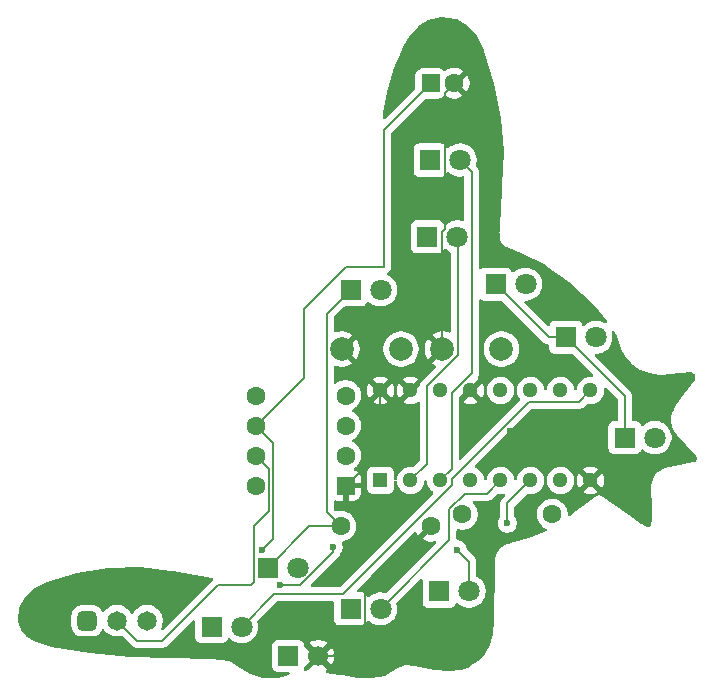
<source format=gbr>
%TF.GenerationSoftware,KiCad,Pcbnew,9.0.7-9.0.7~ubuntu24.04.1*%
%TF.CreationDate,2026-02-16T22:27:26+05:30*%
%TF.ProjectId,mudkip-themed-chaser,6d75646b-6970-42d7-9468-656d65642d63,rev?*%
%TF.SameCoordinates,Original*%
%TF.FileFunction,Copper,L2,Bot*%
%TF.FilePolarity,Positive*%
%FSLAX46Y46*%
G04 Gerber Fmt 4.6, Leading zero omitted, Abs format (unit mm)*
G04 Created by KiCad (PCBNEW 9.0.7-9.0.7~ubuntu24.04.1) date 2026-02-16 22:27:26*
%MOMM*%
%LPD*%
G01*
G04 APERTURE LIST*
G04 Aperture macros list*
%AMRoundRect*
0 Rectangle with rounded corners*
0 $1 Rounding radius*
0 $2 $3 $4 $5 $6 $7 $8 $9 X,Y pos of 4 corners*
0 Add a 4 corners polygon primitive as box body*
4,1,4,$2,$3,$4,$5,$6,$7,$8,$9,$2,$3,0*
0 Add four circle primitives for the rounded corners*
1,1,$1+$1,$2,$3*
1,1,$1+$1,$4,$5*
1,1,$1+$1,$6,$7*
1,1,$1+$1,$8,$9*
0 Add four rect primitives between the rounded corners*
20,1,$1+$1,$2,$3,$4,$5,0*
20,1,$1+$1,$4,$5,$6,$7,0*
20,1,$1+$1,$6,$7,$8,$9,0*
20,1,$1+$1,$8,$9,$2,$3,0*%
G04 Aperture macros list end*
%TA.AperFunction,ComponentPad*%
%ADD10C,2.000000*%
%TD*%
%TA.AperFunction,ComponentPad*%
%ADD11R,1.800000X1.800000*%
%TD*%
%TA.AperFunction,ComponentPad*%
%ADD12C,1.800000*%
%TD*%
%TA.AperFunction,ComponentPad*%
%ADD13R,1.295400X1.295400*%
%TD*%
%TA.AperFunction,ComponentPad*%
%ADD14C,1.295400*%
%TD*%
%TA.AperFunction,ComponentPad*%
%ADD15C,1.600000*%
%TD*%
%TA.AperFunction,ComponentPad*%
%ADD16RoundRect,0.412500X-0.412500X-0.412500X0.412500X-0.412500X0.412500X0.412500X-0.412500X0.412500X0*%
%TD*%
%TA.AperFunction,ComponentPad*%
%ADD17C,1.650000*%
%TD*%
%TA.AperFunction,ComponentPad*%
%ADD18R,1.700000X1.700000*%
%TD*%
%TA.AperFunction,ComponentPad*%
%ADD19C,1.700000*%
%TD*%
%TA.AperFunction,ComponentPad*%
%ADD20RoundRect,0.250000X0.550000X0.550000X-0.550000X0.550000X-0.550000X-0.550000X0.550000X-0.550000X0*%
%TD*%
%TA.AperFunction,ComponentPad*%
%ADD21RoundRect,0.250000X-0.550000X-0.550000X0.550000X-0.550000X0.550000X0.550000X-0.550000X0.550000X0*%
%TD*%
%TA.AperFunction,ViaPad*%
%ADD22C,0.600000*%
%TD*%
%TA.AperFunction,Conductor*%
%ADD23C,0.200000*%
%TD*%
G04 APERTURE END LIST*
D10*
%TO.P,C2,1*%
%TO.N,GND*%
X164500000Y-82500000D03*
%TO.P,C2,2*%
%TO.N,Net-(U1-CONT)*%
X169500000Y-82500000D03*
%TD*%
D11*
%TO.P,D2,1,K*%
%TO.N,Net-(D1-K)*%
X163230000Y-73000000D03*
D12*
%TO.P,D2,2,A*%
%TO.N,Net-(D2-A)*%
X165770000Y-73000000D03*
%TD*%
D10*
%TO.P,C1,1*%
%TO.N,+5V*%
X161000000Y-82500000D03*
%TO.P,C1,2*%
%TO.N,GND*%
X156000000Y-82500000D03*
%TD*%
D13*
%TO.P,U2,1,Q5*%
%TO.N,Net-(D6-A)*%
X159260000Y-93620000D03*
D14*
%TO.P,U2,2,Q1*%
%TO.N,Net-(D2-A)*%
X161800000Y-93620000D03*
%TO.P,U2,3,Q0*%
%TO.N,Net-(D1-A)*%
X164340000Y-93620000D03*
%TO.P,U2,4,Q2*%
%TO.N,Net-(D3-A)*%
X166880000Y-93620000D03*
%TO.P,U2,5,Q6*%
%TO.N,Net-(D7-A)*%
X169420000Y-93620000D03*
%TO.P,U2,6,Q7*%
%TO.N,Net-(D8-A)*%
X171960000Y-93620000D03*
%TO.P,U2,7,Q3*%
%TO.N,Net-(D4-A)*%
X174500000Y-93620000D03*
%TO.P,U2,8,VSS*%
%TO.N,GND*%
X177040000Y-93620000D03*
%TO.P,U2,9,Q8*%
%TO.N,Net-(D9-A)*%
X177040000Y-86000000D03*
%TO.P,U2,10,Q4*%
%TO.N,Net-(D5-A)*%
X174500000Y-86000000D03*
%TO.P,U2,11,Q9*%
%TO.N,Net-(D10-A)*%
X171960000Y-86000000D03*
%TO.P,U2,12,Cout*%
%TO.N,unconnected-(U2-Cout-Pad12)*%
X169420000Y-86000000D03*
%TO.P,U2,13,CKEN*%
%TO.N,GND*%
X166880000Y-86000000D03*
%TO.P,U2,14,CLK*%
%TO.N,OUT*%
X164340000Y-86000000D03*
%TO.P,U2,15,Reset*%
%TO.N,GND*%
X161800000Y-86000000D03*
%TO.P,U2,16,VDD*%
X159260000Y-86000000D03*
%TD*%
D11*
%TO.P,D9,1,K*%
%TO.N,Net-(D1-K)*%
X144960000Y-106000000D03*
D12*
%TO.P,D9,2,A*%
%TO.N,Net-(D9-A)*%
X147500000Y-106000000D03*
%TD*%
D11*
%TO.P,D1,1,K*%
%TO.N,Net-(D1-K)*%
X163460000Y-66500000D03*
D12*
%TO.P,D1,2,A*%
%TO.N,Net-(D1-A)*%
X166000000Y-66500000D03*
%TD*%
D15*
%TO.P,R1,1*%
%TO.N,Net-(U1-DISCH)*%
X173810000Y-96500000D03*
%TO.P,R1,2*%
%TO.N,+5V*%
X166190000Y-96500000D03*
%TD*%
D11*
%TO.P,D6,1,K*%
%TO.N,Net-(D1-K)*%
X164230000Y-103000000D03*
D12*
%TO.P,D6,2,A*%
%TO.N,Net-(D6-A)*%
X166770000Y-103000000D03*
%TD*%
D11*
%TO.P,D5,1,K*%
%TO.N,Net-(D1-K)*%
X179960000Y-90000000D03*
D12*
%TO.P,D5,2,A*%
%TO.N,Net-(D5-A)*%
X182500000Y-90000000D03*
%TD*%
D16*
%TO.P,RV1,1,1*%
%TO.N,Net-(U1-DISCH)*%
X134420000Y-105500000D03*
D17*
%TO.P,RV1,2,2*%
X136960000Y-105500000D03*
%TO.P,RV1,3,3*%
%TO.N,TR*%
X139500000Y-105500000D03*
%TD*%
D11*
%TO.P,D10,1,K*%
%TO.N,Net-(D1-K)*%
X174960000Y-81500000D03*
D12*
%TO.P,D10,2,A*%
%TO.N,Net-(D10-A)*%
X177500000Y-81500000D03*
%TD*%
D18*
%TO.P,J1,1,Pin_1*%
%TO.N,+5V*%
X151460000Y-108500000D03*
D19*
%TO.P,J1,2,Pin_2*%
%TO.N,GND*%
X154000000Y-108500000D03*
%TD*%
D11*
%TO.P,D3,1,K*%
%TO.N,Net-(D1-K)*%
X156730000Y-77500000D03*
D12*
%TO.P,D3,2,A*%
%TO.N,Net-(D3-A)*%
X159270000Y-77500000D03*
%TD*%
D15*
%TO.P,R2,1*%
%TO.N,Net-(D1-K)*%
X155880000Y-97500000D03*
%TO.P,R2,2*%
%TO.N,GND*%
X163500000Y-97500000D03*
%TD*%
D11*
%TO.P,D4,1,K*%
%TO.N,Net-(D1-K)*%
X169000000Y-77000000D03*
D12*
%TO.P,D4,2,A*%
%TO.N,Net-(D4-A)*%
X171540000Y-77000000D03*
%TD*%
D11*
%TO.P,D8,1,K*%
%TO.N,Net-(D1-K)*%
X149730000Y-101000000D03*
D12*
%TO.P,D8,2,A*%
%TO.N,Net-(D8-A)*%
X152270000Y-101000000D03*
%TD*%
D11*
%TO.P,D7,1,K*%
%TO.N,Net-(D1-K)*%
X156730000Y-104500000D03*
D12*
%TO.P,D7,2,A*%
%TO.N,Net-(D7-A)*%
X159270000Y-104500000D03*
%TD*%
D20*
%TO.P,U1,1,GND*%
%TO.N,GND*%
X156305000Y-94060000D03*
D15*
%TO.P,U1,2,TRIG*%
%TO.N,TR*%
X156305000Y-91520000D03*
%TO.P,U1,3,OUT*%
%TO.N,OUT*%
X156305000Y-88980000D03*
%TO.P,U1,4,~{RST}*%
%TO.N,+5V*%
X156305000Y-86440000D03*
%TO.P,U1,5,CONT*%
%TO.N,Net-(U1-CONT)*%
X148685000Y-86440000D03*
%TO.P,U1,6,THRES*%
%TO.N,TR*%
X148685000Y-88980000D03*
%TO.P,U1,7,DISCH*%
%TO.N,Net-(U1-DISCH)*%
X148685000Y-91520000D03*
%TO.P,U1,8,VCC*%
%TO.N,+5V*%
X148685000Y-94060000D03*
%TD*%
D21*
%TO.P,C4,1*%
%TO.N,TR*%
X163500000Y-60000000D03*
D15*
%TO.P,C4,2*%
%TO.N,GND*%
X165500000Y-60000000D03*
%TD*%
D22*
%TO.N,+5V*%
X155250000Y-99250000D03*
X150750000Y-102500000D03*
%TO.N,TR*%
X149250000Y-99500000D03*
%TO.N,Net-(D6-A)*%
X165750000Y-99500000D03*
%TO.N,GND*%
X170201000Y-89436227D03*
%TO.N,Net-(D8-A)*%
X170000000Y-97250000D03*
%TD*%
D23*
%TO.N,+5V*%
X155250000Y-99718471D02*
X155250000Y-99250000D01*
X152468471Y-102500000D02*
X155250000Y-99718471D01*
X150750000Y-102500000D02*
X152468471Y-102500000D01*
%TO.N,TR*%
X150187000Y-98563000D02*
X149250000Y-99500000D01*
X150187000Y-90482000D02*
X150187000Y-98563000D01*
X148685000Y-88980000D02*
X150187000Y-90482000D01*
%TO.N,Net-(D6-A)*%
X166770000Y-100520000D02*
X166770000Y-103000000D01*
X165750000Y-99500000D02*
X166770000Y-100520000D01*
%TO.N,Net-(D2-A)*%
X161800000Y-93620000D02*
X163199000Y-92221000D01*
X163199000Y-92221000D02*
X163199000Y-85640892D01*
X163199000Y-85640892D02*
X165801000Y-83038892D01*
X165801000Y-83038892D02*
X165801000Y-73031000D01*
X165801000Y-73031000D02*
X165770000Y-73000000D01*
%TO.N,GND*%
X159260000Y-86000000D02*
X159260000Y-91105000D01*
X159260000Y-91105000D02*
X156305000Y-94060000D01*
X154000000Y-108500000D02*
X155202081Y-108500000D01*
X157931000Y-103069000D02*
X163500000Y-97500000D01*
X155202081Y-108500000D02*
X157931000Y-105771081D01*
X157931000Y-105771081D02*
X157931000Y-103069000D01*
%TO.N,Net-(D7-A)*%
X159270000Y-104500000D02*
X165089000Y-98681000D01*
X165089000Y-98681000D02*
X165089000Y-96043950D01*
X165089000Y-96043950D02*
X166382950Y-94750000D01*
X166382950Y-94750000D02*
X168290000Y-94750000D01*
X168290000Y-94750000D02*
X169420000Y-93620000D01*
%TO.N,GND*%
X170201000Y-89436227D02*
X172856227Y-89436227D01*
X172856227Y-89436227D02*
X177040000Y-93620000D01*
%TO.N,Net-(D8-A)*%
X170000000Y-97250000D02*
X170000000Y-95580000D01*
X170000000Y-95580000D02*
X171960000Y-93620000D01*
%TO.N,Net-(D9-A)*%
X147500000Y-106000000D02*
X150250000Y-103250000D01*
X150250000Y-103250000D02*
X156051665Y-103250000D01*
X156051665Y-103250000D02*
X165288700Y-94012965D01*
X165288700Y-94012965D02*
X165288700Y-93500000D01*
X176091300Y-86948700D02*
X177040000Y-86000000D01*
X165288700Y-93500000D02*
X171840000Y-86948700D01*
X171840000Y-86948700D02*
X176091300Y-86948700D01*
%TO.N,Net-(U1-DISCH)*%
X145500000Y-102500000D02*
X148256471Y-102500000D01*
X148256471Y-102500000D02*
X148529000Y-102227471D01*
X136960000Y-105500000D02*
X138661000Y-107201000D01*
X149786000Y-96214000D02*
X149786000Y-92621000D01*
X140799000Y-107201000D02*
X145500000Y-102500000D01*
X138661000Y-107201000D02*
X140799000Y-107201000D01*
X148529000Y-102227471D02*
X148529000Y-97471000D01*
X148529000Y-97471000D02*
X149786000Y-96214000D01*
X149786000Y-92621000D02*
X148685000Y-91520000D01*
%TO.N,Net-(D1-K)*%
X174960000Y-81500000D02*
X179960000Y-86500000D01*
X179960000Y-86500000D02*
X179960000Y-90000000D01*
X169000000Y-77000000D02*
X173500000Y-81500000D01*
X173500000Y-81500000D02*
X174960000Y-81500000D01*
%TO.N,Net-(D1-A)*%
X166000000Y-66500000D02*
X166971000Y-67471000D01*
X165288700Y-92671300D02*
X164340000Y-93620000D01*
X166971000Y-67471000D02*
X166971000Y-84567335D01*
X166971000Y-84567335D02*
X165288700Y-86249635D01*
X165288700Y-86249635D02*
X165288700Y-92671300D01*
%TO.N,Net-(D1-K)*%
X156730000Y-77500000D02*
X154699000Y-79531000D01*
X154699000Y-79531000D02*
X154699000Y-96319000D01*
X154699000Y-96319000D02*
X155880000Y-97500000D01*
%TO.N,TR*%
X163500000Y-60000000D02*
X159556479Y-63943521D01*
X159556479Y-63943521D02*
X159556479Y-75515050D01*
X159556479Y-75515050D02*
X156312950Y-75515050D01*
X156312950Y-75515050D02*
X152750000Y-79078000D01*
X152750000Y-79078000D02*
X152750000Y-84915000D01*
X152750000Y-84915000D02*
X148685000Y-88980000D01*
%TO.N,GND*%
X156000000Y-82500000D02*
X159260000Y-85760000D01*
X159260000Y-85760000D02*
X159260000Y-86000000D01*
X165500000Y-60000000D02*
X164700001Y-60799999D01*
X164700001Y-60799999D02*
X164700001Y-72371528D01*
X164700001Y-72371528D02*
X164500000Y-72571529D01*
X164500000Y-72571529D02*
X164500000Y-82500000D01*
%TO.N,Net-(D1-K)*%
X156730000Y-77500000D02*
X157406000Y-78176000D01*
X149730000Y-101000000D02*
X153230000Y-97500000D01*
X153230000Y-97500000D02*
X155880000Y-97500000D01*
%TD*%
%TA.AperFunction,Conductor*%
%TO.N,GND*%
G36*
X179014485Y-80964944D02*
G01*
X179065299Y-81004607D01*
X179141307Y-81105619D01*
X179148406Y-81116133D01*
X179290696Y-81352049D01*
X179304147Y-81383474D01*
X179537419Y-82239073D01*
X179537420Y-82239073D01*
X179538397Y-82242656D01*
X179548825Y-82292482D01*
X179555678Y-82306037D01*
X179559674Y-82320693D01*
X179559675Y-82320696D01*
X179559675Y-82320697D01*
X179583442Y-82361448D01*
X179586988Y-82367969D01*
X179642633Y-82478033D01*
X179935503Y-83057329D01*
X179956428Y-83098717D01*
X179983878Y-83154887D01*
X179986136Y-83157481D01*
X179987689Y-83160552D01*
X180028819Y-83206522D01*
X180029928Y-83207779D01*
X180467420Y-83710269D01*
X180473823Y-83717623D01*
X180474707Y-83719396D01*
X180517078Y-83767303D01*
X180559056Y-83815518D01*
X180559132Y-83815605D01*
X180560212Y-83816544D01*
X180560217Y-83816549D01*
X180562009Y-83818107D01*
X180562012Y-83818109D01*
X180562014Y-83818111D01*
X180615047Y-83853225D01*
X180615655Y-83853631D01*
X180643151Y-83872146D01*
X180671021Y-83890913D01*
X180678372Y-83895152D01*
X181202800Y-84242384D01*
X181202799Y-84242384D01*
X181203379Y-84242768D01*
X181255493Y-84278136D01*
X181258235Y-84279089D01*
X181260658Y-84280693D01*
X181319788Y-84300488D01*
X181321125Y-84300944D01*
X181983671Y-84531190D01*
X182031029Y-84550819D01*
X182045729Y-84552756D01*
X182057683Y-84556911D01*
X182057684Y-84556912D01*
X182057689Y-84556913D01*
X182059737Y-84557625D01*
X182107251Y-84561083D01*
X182114430Y-84561817D01*
X182844905Y-84658147D01*
X182896697Y-84667781D01*
X182910049Y-84666738D01*
X182923329Y-84668490D01*
X182972356Y-84662045D01*
X182978780Y-84661372D01*
X184636238Y-84531992D01*
X184643240Y-84533094D01*
X184701846Y-84526871D01*
X184760561Y-84522288D01*
X184760564Y-84522287D01*
X184768517Y-84520602D01*
X184768676Y-84521354D01*
X184781728Y-84518388D01*
X185490129Y-84443172D01*
X185499030Y-84444019D01*
X185504454Y-84442485D01*
X185539337Y-84447855D01*
X185627983Y-84474844D01*
X185679036Y-84490388D01*
X185735583Y-84526614D01*
X185814089Y-84614902D01*
X185846361Y-84651195D01*
X185874767Y-84706794D01*
X185916777Y-84896589D01*
X185913612Y-84961786D01*
X185854955Y-85141893D01*
X185835025Y-85179500D01*
X185340978Y-85816346D01*
X185332008Y-85827908D01*
X185326706Y-85832162D01*
X185291710Y-85879852D01*
X185290671Y-85881193D01*
X185255406Y-85926653D01*
X185251306Y-85933669D01*
X185250619Y-85933267D01*
X185244112Y-85944721D01*
X184268029Y-87274959D01*
X184268028Y-87274958D01*
X184264601Y-87279627D01*
X184236339Y-87311463D01*
X184225799Y-87332508D01*
X184219594Y-87340966D01*
X184219594Y-87340968D01*
X184211864Y-87351504D01*
X184211858Y-87351515D01*
X184198497Y-87385835D01*
X184193821Y-87396369D01*
X183985257Y-87812877D01*
X183979118Y-87825136D01*
X183972452Y-87833306D01*
X183949699Y-87883886D01*
X183948543Y-87886196D01*
X183948534Y-87886216D01*
X183924838Y-87933538D01*
X183922717Y-87943873D01*
X183918391Y-87953492D01*
X183909501Y-88008260D01*
X183908983Y-88010784D01*
X183898342Y-88062628D01*
X183897761Y-88070735D01*
X183897583Y-88070722D01*
X183896770Y-88086694D01*
X183841694Y-88426033D01*
X183840612Y-88432696D01*
X183830318Y-88469954D01*
X183830103Y-88497448D01*
X183828580Y-88506833D01*
X183828580Y-88506836D01*
X183825696Y-88524609D01*
X183825696Y-88524610D01*
X183828910Y-88556372D01*
X183829589Y-88563087D01*
X183829289Y-88601735D01*
X183836197Y-88628351D01*
X183837155Y-88637805D01*
X183837156Y-88637811D01*
X183838970Y-88655726D01*
X183850294Y-88685566D01*
X183854383Y-88698403D01*
X183855344Y-88702104D01*
X183944148Y-89044193D01*
X183944557Y-89055414D01*
X183960659Y-89107804D01*
X183961354Y-89110479D01*
X183974440Y-89160884D01*
X183977492Y-89168419D01*
X183977426Y-89168445D01*
X183979833Y-89174029D01*
X183979898Y-89174000D01*
X183983277Y-89181386D01*
X184010947Y-89225522D01*
X184010948Y-89225522D01*
X184012414Y-89227860D01*
X184039440Y-89275526D01*
X184047313Y-89283523D01*
X184054507Y-89294997D01*
X184054507Y-89294998D01*
X184054508Y-89294999D01*
X184301646Y-89689188D01*
X184307161Y-89698935D01*
X184324210Y-89732528D01*
X184332374Y-89741623D01*
X184339497Y-89749559D01*
X184351651Y-89768945D01*
X184383333Y-89798401D01*
X184858616Y-90327951D01*
X185486643Y-91027686D01*
X185494830Y-91039236D01*
X185495299Y-91038893D01*
X185500098Y-91045442D01*
X185538760Y-91085848D01*
X185541447Y-91088747D01*
X185578816Y-91130382D01*
X185584987Y-91135669D01*
X185584606Y-91136113D01*
X185595504Y-91145151D01*
X185979659Y-91546634D01*
X185980896Y-91548413D01*
X185981876Y-91549012D01*
X186001639Y-91578254D01*
X186041422Y-91660291D01*
X186053756Y-91719201D01*
X186050979Y-91790834D01*
X186034821Y-91847400D01*
X185982190Y-91939806D01*
X185938769Y-91984445D01*
X185853882Y-92035956D01*
X185813303Y-92051651D01*
X185220361Y-92167358D01*
X185210922Y-92169199D01*
X185209099Y-92169087D01*
X185146326Y-92181805D01*
X185145743Y-92181919D01*
X185079930Y-92194761D01*
X185072331Y-92196796D01*
X183648603Y-92485263D01*
X183648602Y-92485262D01*
X183635406Y-92487935D01*
X183623865Y-92487747D01*
X183571006Y-92500985D01*
X183568215Y-92501551D01*
X183517572Y-92511812D01*
X183517571Y-92511812D01*
X183507226Y-92516959D01*
X183496029Y-92519764D01*
X183448412Y-92546222D01*
X183445880Y-92547483D01*
X183445881Y-92547483D01*
X183399585Y-92570519D01*
X183392846Y-92575058D01*
X183392833Y-92575040D01*
X183379163Y-92584704D01*
X182720794Y-92950547D01*
X182720795Y-92950548D01*
X182712836Y-92954970D01*
X182711619Y-92955283D01*
X182655262Y-92986964D01*
X182654864Y-92987186D01*
X182654862Y-92987186D01*
X182598693Y-93018399D01*
X182597924Y-93018976D01*
X182597925Y-93018977D01*
X182596743Y-93019862D01*
X182550648Y-93064912D01*
X182550212Y-93065336D01*
X182504039Y-93110019D01*
X182503039Y-93111279D01*
X182502527Y-93111923D01*
X182469666Y-93167362D01*
X182469467Y-93167696D01*
X182436289Y-93223048D01*
X182435943Y-93224258D01*
X182435301Y-93225342D01*
X182435299Y-93225345D01*
X182435298Y-93225349D01*
X182417934Y-93287301D01*
X182417935Y-93287302D01*
X182417833Y-93287667D01*
X182400098Y-93349766D01*
X182400077Y-93351022D01*
X182400014Y-93351249D01*
X182397617Y-93359801D01*
X182397615Y-93359802D01*
X182397616Y-93359802D01*
X182196825Y-94076238D01*
X182187477Y-94099913D01*
X182186823Y-94101171D01*
X182186822Y-94101173D01*
X182176393Y-94148421D01*
X182174708Y-94155152D01*
X182161644Y-94201767D01*
X182161643Y-94201778D01*
X182161627Y-94203191D01*
X182161480Y-94215986D01*
X182158418Y-94229863D01*
X182160727Y-94281680D01*
X182160688Y-94285154D01*
X182160134Y-94333546D01*
X182160135Y-94333549D01*
X182160485Y-94334920D01*
X182164225Y-94360103D01*
X182230410Y-95844314D01*
X182230532Y-95849387D01*
X182234122Y-96836379D01*
X182232091Y-96859186D01*
X182134734Y-97390340D01*
X182129059Y-97402999D01*
X182128109Y-97413502D01*
X182110613Y-97444154D01*
X182052532Y-97518764D01*
X181995819Y-97559573D01*
X181968782Y-97565790D01*
X181911088Y-97572392D01*
X181845927Y-97562194D01*
X181845712Y-97562097D01*
X181393782Y-97357868D01*
X181372981Y-97345922D01*
X181348970Y-97328846D01*
X180295860Y-96579888D01*
X178070157Y-94996997D01*
X178068256Y-94995645D01*
X178023408Y-94961162D01*
X178014660Y-94957528D01*
X178006950Y-94952045D01*
X178006944Y-94952042D01*
X177956129Y-94933123D01*
X177951833Y-94931432D01*
X177901707Y-94910613D01*
X177893857Y-94908502D01*
X177893948Y-94908161D01*
X177891444Y-94907538D01*
X177891366Y-94907881D01*
X177883441Y-94906062D01*
X177829415Y-94900936D01*
X177829415Y-94900937D01*
X177827127Y-94900720D01*
X177771064Y-94893284D01*
X177761673Y-94894510D01*
X177752251Y-94893617D01*
X177752250Y-94893617D01*
X177752249Y-94893617D01*
X177698779Y-94902641D01*
X177694212Y-94903325D01*
X177640387Y-94910358D01*
X177631634Y-94913973D01*
X177622304Y-94915549D01*
X177570887Y-94939066D01*
X177568747Y-94939951D01*
X177568718Y-94939964D01*
X177518589Y-94960672D01*
X177518587Y-94960673D01*
X177518583Y-94960675D01*
X177511543Y-94964730D01*
X177511368Y-94964427D01*
X177509157Y-94965756D01*
X177509343Y-94966053D01*
X177502459Y-94970367D01*
X177460645Y-95004934D01*
X177457030Y-95007811D01*
X175494246Y-96510877D01*
X175491885Y-96512641D01*
X175307530Y-96646989D01*
X175241757Y-96670563D01*
X175173681Y-96654836D01*
X175124914Y-96604801D01*
X175110500Y-96546776D01*
X175110500Y-96397648D01*
X175078477Y-96195465D01*
X175040470Y-96078492D01*
X175015220Y-96000781D01*
X175015218Y-96000778D01*
X175015218Y-96000776D01*
X174962244Y-95896810D01*
X174922287Y-95818390D01*
X174903416Y-95792416D01*
X174801971Y-95652786D01*
X174657213Y-95508028D01*
X174491613Y-95387715D01*
X174491612Y-95387714D01*
X174491610Y-95387713D01*
X174425144Y-95353847D01*
X174309223Y-95294781D01*
X174114534Y-95231522D01*
X173930125Y-95202315D01*
X173912352Y-95199500D01*
X173707648Y-95199500D01*
X173689875Y-95202315D01*
X173505465Y-95231522D01*
X173310776Y-95294781D01*
X173128386Y-95387715D01*
X172962786Y-95508028D01*
X172818028Y-95652786D01*
X172697715Y-95818386D01*
X172604781Y-96000776D01*
X172541522Y-96195465D01*
X172509500Y-96397648D01*
X172509500Y-96602351D01*
X172541522Y-96804534D01*
X172604781Y-96999223D01*
X172668691Y-97124653D01*
X172692387Y-97171158D01*
X172697715Y-97181613D01*
X172818028Y-97347213D01*
X172962786Y-97491971D01*
X173128385Y-97612284D01*
X173128387Y-97612285D01*
X173128390Y-97612287D01*
X173301975Y-97700733D01*
X173309758Y-97708083D01*
X173319795Y-97711805D01*
X173334715Y-97731655D01*
X173352771Y-97748708D01*
X173355344Y-97759099D01*
X173361776Y-97767656D01*
X173363596Y-97792423D01*
X173369566Y-97816529D01*
X173366113Y-97826661D01*
X173366898Y-97837338D01*
X173355039Y-97859156D01*
X173347029Y-97882664D01*
X173337763Y-97890943D01*
X173333533Y-97898727D01*
X173305321Y-97919933D01*
X173138646Y-98011370D01*
X173124150Y-98018145D01*
X171857220Y-98513384D01*
X171842347Y-98518142D01*
X170527249Y-98849212D01*
X170506798Y-98852091D01*
X170502140Y-98852861D01*
X170502139Y-98852862D01*
X170502137Y-98852862D01*
X170502134Y-98852863D01*
X170453467Y-98867639D01*
X170450604Y-98868508D01*
X170398416Y-98881647D01*
X170387741Y-98887595D01*
X170375016Y-98891459D01*
X169962748Y-99016636D01*
X169941330Y-99021121D01*
X169930844Y-99022364D01*
X169930836Y-99022367D01*
X169894317Y-99036946D01*
X169894316Y-99036946D01*
X169889413Y-99038904D01*
X169846747Y-99051859D01*
X169828460Y-99063236D01*
X169818263Y-99067307D01*
X169818260Y-99067309D01*
X169808446Y-99071227D01*
X169808444Y-99071228D01*
X169776937Y-99094764D01*
X169776938Y-99094765D01*
X169772710Y-99097923D01*
X169734854Y-99121479D01*
X169720132Y-99137204D01*
X169711331Y-99143780D01*
X169711329Y-99143780D01*
X169711329Y-99143781D01*
X169404087Y-99373316D01*
X169399006Y-99376917D01*
X169357328Y-99404906D01*
X169356107Y-99405982D01*
X169339882Y-99421019D01*
X169338720Y-99422152D01*
X169307652Y-99461575D01*
X169307653Y-99461576D01*
X169305707Y-99464045D01*
X169270669Y-99504187D01*
X169265054Y-99515637D01*
X169257159Y-99525657D01*
X169257158Y-99525658D01*
X169237351Y-99571788D01*
X169234750Y-99577448D01*
X169058676Y-99936584D01*
X169054675Y-99944743D01*
X169038129Y-99968821D01*
X169025794Y-100003650D01*
X169022637Y-100010091D01*
X169022637Y-100010092D01*
X169009527Y-100036835D01*
X169005645Y-100056587D01*
X169000863Y-100074058D01*
X168994140Y-100093044D01*
X168994139Y-100093051D01*
X168991801Y-100122740D01*
X168991802Y-100122741D01*
X168991239Y-100129895D01*
X168984116Y-100166148D01*
X168986093Y-100195290D01*
X168985381Y-100204348D01*
X168985381Y-100204350D01*
X168947404Y-100686977D01*
X168943349Y-100710124D01*
X168941645Y-100716320D01*
X168941645Y-100716321D01*
X168941357Y-100759735D01*
X168940978Y-100768635D01*
X168937571Y-100811945D01*
X168937571Y-100811949D01*
X168938743Y-100818272D01*
X168940815Y-100841684D01*
X168909974Y-105506575D01*
X168909274Y-105518941D01*
X168790305Y-106631365D01*
X168785946Y-106653247D01*
X168515567Y-107570287D01*
X168505344Y-107594860D01*
X168099527Y-108334588D01*
X168081903Y-108359081D01*
X167550863Y-108934035D01*
X167526708Y-108954283D01*
X166865973Y-109377983D01*
X166838991Y-109390988D01*
X166034551Y-109664789D01*
X166008914Y-109670573D01*
X165050955Y-109781926D01*
X165028984Y-109782519D01*
X163915271Y-109713647D01*
X163898531Y-109711460D01*
X162073854Y-109345345D01*
X162059743Y-109342513D01*
X162052640Y-109339264D01*
X161995243Y-109329572D01*
X161993369Y-109329196D01*
X161993367Y-109329195D01*
X161938197Y-109318126D01*
X161930089Y-109317581D01*
X161930131Y-109316950D01*
X161916217Y-109316229D01*
X161615306Y-109265422D01*
X161604597Y-109263614D01*
X161601689Y-109262328D01*
X161539681Y-109252654D01*
X161538876Y-109252518D01*
X161538874Y-109252517D01*
X161477521Y-109242158D01*
X161475454Y-109242109D01*
X161473909Y-109242062D01*
X161471763Y-109241983D01*
X161409823Y-109248637D01*
X161409031Y-109248722D01*
X161346593Y-109254643D01*
X161343609Y-109255753D01*
X161341835Y-109255943D01*
X161340448Y-109256093D01*
X161282644Y-109278436D01*
X161281272Y-109278956D01*
X161244994Y-109292460D01*
X161222538Y-109300819D01*
X161210366Y-109306372D01*
X160884939Y-109432157D01*
X160879858Y-109434120D01*
X160837660Y-109446307D01*
X160818635Y-109457785D01*
X160808541Y-109461687D01*
X160808538Y-109461687D01*
X160797923Y-109465791D01*
X160797909Y-109465799D01*
X160766830Y-109488489D01*
X160757777Y-109494508D01*
X159694570Y-110136052D01*
X159655244Y-110151391D01*
X158576670Y-110370967D01*
X158547428Y-110373377D01*
X157332766Y-110329221D01*
X157319380Y-110328006D01*
X155982805Y-110133127D01*
X155980417Y-110132755D01*
X155102298Y-109987187D01*
X155098646Y-109986525D01*
X154698584Y-109907837D01*
X154636604Y-109875584D01*
X154601900Y-109814943D01*
X154605490Y-109745165D01*
X154646235Y-109688406D01*
X154666221Y-109675683D01*
X154707552Y-109654624D01*
X154761716Y-109615270D01*
X154761717Y-109615270D01*
X154129408Y-108982962D01*
X154192993Y-108965925D01*
X154307007Y-108900099D01*
X154400099Y-108807007D01*
X154465925Y-108692993D01*
X154482962Y-108629408D01*
X155115270Y-109261717D01*
X155115270Y-109261716D01*
X155154622Y-109207554D01*
X155251095Y-109018217D01*
X155316757Y-108816130D01*
X155316757Y-108816127D01*
X155350000Y-108606246D01*
X155350000Y-108393753D01*
X155316757Y-108183872D01*
X155316757Y-108183869D01*
X155251095Y-107981782D01*
X155154624Y-107792449D01*
X155115270Y-107738282D01*
X155115269Y-107738282D01*
X154482962Y-108370590D01*
X154465925Y-108307007D01*
X154400099Y-108192993D01*
X154307007Y-108099901D01*
X154192993Y-108034075D01*
X154129409Y-108017037D01*
X154761716Y-107384728D01*
X154707550Y-107345375D01*
X154518217Y-107248904D01*
X154316129Y-107183242D01*
X154106246Y-107150000D01*
X153893754Y-107150000D01*
X153683872Y-107183242D01*
X153683869Y-107183242D01*
X153481782Y-107248904D01*
X153292439Y-107345380D01*
X153238282Y-107384727D01*
X153238282Y-107384728D01*
X153870591Y-108017037D01*
X153807007Y-108034075D01*
X153692993Y-108099901D01*
X153599901Y-108192993D01*
X153534075Y-108307007D01*
X153517037Y-108370591D01*
X152846818Y-107700372D01*
X152813333Y-107639049D01*
X152813330Y-107639036D01*
X152810499Y-107626015D01*
X152810499Y-107602128D01*
X152804091Y-107542517D01*
X152775926Y-107467002D01*
X152753798Y-107407673D01*
X152753793Y-107407664D01*
X152667547Y-107292455D01*
X152667544Y-107292452D01*
X152552335Y-107206206D01*
X152552328Y-107206202D01*
X152417482Y-107155908D01*
X152417483Y-107155908D01*
X152357883Y-107149501D01*
X152357881Y-107149500D01*
X152357873Y-107149500D01*
X152357864Y-107149500D01*
X150562129Y-107149500D01*
X150562123Y-107149501D01*
X150502516Y-107155908D01*
X150367671Y-107206202D01*
X150367664Y-107206206D01*
X150252455Y-107292452D01*
X150252452Y-107292455D01*
X150166206Y-107407664D01*
X150166202Y-107407671D01*
X150115908Y-107542517D01*
X150109501Y-107602116D01*
X150109500Y-107602135D01*
X150109500Y-109397870D01*
X150109501Y-109397876D01*
X150115908Y-109457483D01*
X150166202Y-109592328D01*
X150166206Y-109592335D01*
X150252452Y-109707544D01*
X150252455Y-109707547D01*
X150367664Y-109793793D01*
X150367671Y-109793797D01*
X150502517Y-109844091D01*
X150502516Y-109844091D01*
X150509444Y-109844835D01*
X150562127Y-109850500D01*
X151446164Y-109850499D01*
X151513202Y-109870183D01*
X151558957Y-109922987D01*
X151568901Y-109992146D01*
X151539876Y-110055702D01*
X151481098Y-110093476D01*
X151477651Y-110094434D01*
X150543595Y-110339660D01*
X150510463Y-110343714D01*
X149368900Y-110328575D01*
X149335139Y-110323424D01*
X148223093Y-109992119D01*
X148193130Y-109978652D01*
X147116861Y-109310927D01*
X147112471Y-109306474D01*
X147060955Y-109276242D01*
X147040600Y-109263614D01*
X147010191Y-109244748D01*
X147003578Y-109241760D01*
X146991885Y-109235710D01*
X146626199Y-109021111D01*
X146622481Y-109017491D01*
X146569424Y-108987793D01*
X146568332Y-108987152D01*
X146568331Y-108987151D01*
X146517013Y-108957037D01*
X146512950Y-108955320D01*
X146512758Y-108955226D01*
X146511533Y-108954737D01*
X146511532Y-108954736D01*
X146507490Y-108953126D01*
X146449762Y-108938478D01*
X146447317Y-108937831D01*
X146389966Y-108922027D01*
X146385615Y-108921423D01*
X146372179Y-108918794D01*
X145959288Y-108814032D01*
X145959288Y-108814031D01*
X145956699Y-108813374D01*
X145903864Y-108797537D01*
X145893016Y-108797217D01*
X145882489Y-108794546D01*
X145829928Y-108795245D01*
X145824631Y-108795202D01*
X144812235Y-108765388D01*
X144812037Y-108765382D01*
X138038395Y-108555066D01*
X138030522Y-108554571D01*
X134691059Y-108237497D01*
X134683066Y-108236475D01*
X131381360Y-107704797D01*
X131366050Y-107701325D01*
X130135668Y-107339045D01*
X130107250Y-107326635D01*
X129309373Y-106851522D01*
X129275981Y-106822436D01*
X128819891Y-106252235D01*
X128797514Y-106208910D01*
X128753768Y-106056111D01*
X128591484Y-105489275D01*
X128586980Y-105446760D01*
X128650723Y-104506826D01*
X128662290Y-104462319D01*
X129054027Y-103631925D01*
X129079109Y-103596539D01*
X129822769Y-102863313D01*
X129851469Y-102842205D01*
X129987803Y-102769482D01*
X130990781Y-102234473D01*
X131012851Y-102225312D01*
X133584063Y-101438594D01*
X133601732Y-101434574D01*
X136227952Y-101035902D01*
X136244549Y-101034514D01*
X138912313Y-100991597D01*
X138926977Y-100992230D01*
X141549612Y-101261842D01*
X141640779Y-101271215D01*
X141650091Y-101272531D01*
X144999237Y-101876124D01*
X145009324Y-101881171D01*
X145020575Y-101881976D01*
X145040009Y-101896523D01*
X145061722Y-101907387D01*
X145067479Y-101917086D01*
X145076509Y-101923846D01*
X145084993Y-101946592D01*
X145097385Y-101967469D01*
X145096984Y-101978741D01*
X145100927Y-101989311D01*
X145095766Y-102013034D01*
X145094905Y-102037295D01*
X145088088Y-102048332D01*
X145086076Y-102057584D01*
X145064925Y-102085838D01*
X145019481Y-102131283D01*
X140852364Y-106298400D01*
X140791041Y-106331885D01*
X140721349Y-106326901D01*
X140665416Y-106285029D01*
X140640999Y-106219565D01*
X140654197Y-106154426D01*
X140728389Y-106008816D01*
X140792862Y-105810389D01*
X140801231Y-105757547D01*
X140825500Y-105604324D01*
X140825500Y-105395675D01*
X140792862Y-105189610D01*
X140736261Y-105015413D01*
X140728389Y-104991184D01*
X140728387Y-104991181D01*
X140728387Y-104991179D01*
X140659515Y-104856010D01*
X140633670Y-104805286D01*
X140511035Y-104636495D01*
X140363505Y-104488965D01*
X140194714Y-104366330D01*
X140180638Y-104359158D01*
X140008820Y-104271612D01*
X139810389Y-104207137D01*
X139604324Y-104174500D01*
X139604319Y-104174500D01*
X139395681Y-104174500D01*
X139395676Y-104174500D01*
X139189610Y-104207137D01*
X138991179Y-104271612D01*
X138805285Y-104366330D01*
X138636493Y-104488966D01*
X138488966Y-104636493D01*
X138366330Y-104805285D01*
X138340485Y-104856010D01*
X138292510Y-104906806D01*
X138224690Y-104923601D01*
X138158555Y-104901064D01*
X138119515Y-104856010D01*
X138093669Y-104805285D01*
X138059683Y-104758508D01*
X137971035Y-104636495D01*
X137823505Y-104488965D01*
X137654714Y-104366330D01*
X137640638Y-104359158D01*
X137468820Y-104271612D01*
X137270389Y-104207137D01*
X137064324Y-104174500D01*
X137064319Y-104174500D01*
X136855681Y-104174500D01*
X136855676Y-104174500D01*
X136649610Y-104207137D01*
X136451179Y-104271612D01*
X136265285Y-104366330D01*
X136096493Y-104488966D01*
X135948966Y-104636493D01*
X135878883Y-104732954D01*
X135823552Y-104775619D01*
X135753939Y-104781598D01*
X135692144Y-104748992D01*
X135668080Y-104716363D01*
X135602425Y-104587507D01*
X135481645Y-104438354D01*
X135383844Y-104359158D01*
X135332494Y-104317576D01*
X135161492Y-104230446D01*
X135161491Y-104230445D01*
X135161490Y-104230445D01*
X134976109Y-104180772D01*
X134896409Y-104174500D01*
X134896402Y-104174500D01*
X133943598Y-104174500D01*
X133943590Y-104174500D01*
X133863890Y-104180772D01*
X133678509Y-104230445D01*
X133507507Y-104317575D01*
X133358354Y-104438354D01*
X133237575Y-104587507D01*
X133150445Y-104758509D01*
X133100772Y-104943890D01*
X133094500Y-105023590D01*
X133094500Y-105976409D01*
X133100772Y-106056109D01*
X133148128Y-106232840D01*
X133150446Y-106241492D01*
X133237576Y-106412494D01*
X133283778Y-106469549D01*
X133358354Y-106561645D01*
X133406337Y-106600500D01*
X133507506Y-106682424D01*
X133678508Y-106769554D01*
X133863889Y-106819227D01*
X133943598Y-106825500D01*
X133943606Y-106825500D01*
X134896394Y-106825500D01*
X134896402Y-106825500D01*
X134976111Y-106819227D01*
X135161492Y-106769554D01*
X135332494Y-106682424D01*
X135481645Y-106561645D01*
X135602424Y-106412494D01*
X135668080Y-106283636D01*
X135716054Y-106232840D01*
X135783875Y-106216045D01*
X135850010Y-106238582D01*
X135878879Y-106267041D01*
X135948965Y-106363505D01*
X136096495Y-106511035D01*
X136265286Y-106633670D01*
X136333001Y-106668172D01*
X136451179Y-106728387D01*
X136451181Y-106728387D01*
X136451184Y-106728389D01*
X136528351Y-106753462D01*
X136649610Y-106792862D01*
X136855676Y-106825500D01*
X136855681Y-106825500D01*
X137064324Y-106825500D01*
X137164222Y-106809677D01*
X137270389Y-106792862D01*
X137298682Y-106783668D01*
X137368522Y-106781672D01*
X137424683Y-106813918D01*
X138176139Y-107565374D01*
X138176149Y-107565385D01*
X138180479Y-107569715D01*
X138180480Y-107569716D01*
X138292284Y-107681520D01*
X138373288Y-107728287D01*
X138429215Y-107760577D01*
X138581942Y-107801500D01*
X138581943Y-107801500D01*
X140712331Y-107801500D01*
X140712347Y-107801501D01*
X140719943Y-107801501D01*
X140878054Y-107801501D01*
X140878057Y-107801501D01*
X141030785Y-107760577D01*
X141086712Y-107728287D01*
X141167716Y-107681520D01*
X141279520Y-107569716D01*
X141279520Y-107569714D01*
X141289724Y-107559511D01*
X141289728Y-107559506D01*
X143347821Y-105501412D01*
X143409142Y-105467929D01*
X143478834Y-105472913D01*
X143534767Y-105514785D01*
X143559184Y-105580249D01*
X143559500Y-105589095D01*
X143559500Y-106947870D01*
X143559501Y-106947876D01*
X143565908Y-107007483D01*
X143616202Y-107142328D01*
X143616206Y-107142335D01*
X143702452Y-107257544D01*
X143702455Y-107257547D01*
X143817664Y-107343793D01*
X143817671Y-107343797D01*
X143952517Y-107394091D01*
X143952516Y-107394091D01*
X143959444Y-107394835D01*
X144012127Y-107400500D01*
X145907872Y-107400499D01*
X145967483Y-107394091D01*
X146102331Y-107343796D01*
X146217546Y-107257546D01*
X146303796Y-107142331D01*
X146331429Y-107068243D01*
X146333601Y-107062420D01*
X146375471Y-107006486D01*
X146440936Y-106982068D01*
X146509209Y-106996919D01*
X146537464Y-107018071D01*
X146587636Y-107068243D01*
X146587641Y-107068247D01*
X146708299Y-107155909D01*
X146765978Y-107197815D01*
X146894375Y-107263237D01*
X146962393Y-107297895D01*
X146962396Y-107297896D01*
X147050848Y-107326635D01*
X147172049Y-107366015D01*
X147389778Y-107400500D01*
X147389779Y-107400500D01*
X147610221Y-107400500D01*
X147610222Y-107400500D01*
X147827951Y-107366015D01*
X148037606Y-107297895D01*
X148234022Y-107197815D01*
X148412365Y-107068242D01*
X148568242Y-106912365D01*
X148697815Y-106734022D01*
X148797895Y-106537606D01*
X148866015Y-106327951D01*
X148900500Y-106110222D01*
X148900500Y-105889778D01*
X148866015Y-105672049D01*
X148843188Y-105601794D01*
X148841193Y-105531953D01*
X148873436Y-105475797D01*
X150462416Y-103886819D01*
X150523739Y-103853334D01*
X150550097Y-103850500D01*
X155205500Y-103850500D01*
X155272539Y-103870185D01*
X155318294Y-103922989D01*
X155329500Y-103974500D01*
X155329500Y-105447870D01*
X155329501Y-105447876D01*
X155335908Y-105507483D01*
X155386202Y-105642328D01*
X155386206Y-105642335D01*
X155472452Y-105757544D01*
X155472455Y-105757547D01*
X155587664Y-105843793D01*
X155587671Y-105843797D01*
X155722517Y-105894091D01*
X155722516Y-105894091D01*
X155729444Y-105894835D01*
X155782127Y-105900500D01*
X157677872Y-105900499D01*
X157737483Y-105894091D01*
X157872331Y-105843796D01*
X157987546Y-105757546D01*
X158073796Y-105642331D01*
X158096951Y-105580249D01*
X158103601Y-105562420D01*
X158145471Y-105506486D01*
X158210936Y-105482068D01*
X158279209Y-105496919D01*
X158307464Y-105518071D01*
X158357636Y-105568243D01*
X158357641Y-105568247D01*
X158415538Y-105610311D01*
X158535978Y-105697815D01*
X158664375Y-105763237D01*
X158732393Y-105797895D01*
X158732396Y-105797896D01*
X158837221Y-105831955D01*
X158942049Y-105866015D01*
X159159778Y-105900500D01*
X159159779Y-105900500D01*
X159380221Y-105900500D01*
X159380222Y-105900500D01*
X159597951Y-105866015D01*
X159807606Y-105797895D01*
X160004022Y-105697815D01*
X160182365Y-105568242D01*
X160338242Y-105412365D01*
X160467815Y-105234022D01*
X160567895Y-105037606D01*
X160636015Y-104827951D01*
X160670500Y-104610222D01*
X160670500Y-104389778D01*
X160636015Y-104172049D01*
X160613188Y-104101794D01*
X160611193Y-104031953D01*
X160643436Y-103975797D01*
X162617820Y-102001414D01*
X162679142Y-101967930D01*
X162748834Y-101972914D01*
X162804767Y-102014786D01*
X162829184Y-102080250D01*
X162829500Y-102089096D01*
X162829500Y-103947870D01*
X162829501Y-103947876D01*
X162835908Y-104007483D01*
X162886202Y-104142328D01*
X162886206Y-104142335D01*
X162972452Y-104257544D01*
X162972455Y-104257547D01*
X163087664Y-104343793D01*
X163087671Y-104343797D01*
X163222517Y-104394091D01*
X163222516Y-104394091D01*
X163229444Y-104394835D01*
X163282127Y-104400500D01*
X165177872Y-104400499D01*
X165237483Y-104394091D01*
X165372331Y-104343796D01*
X165487546Y-104257546D01*
X165573796Y-104142331D01*
X165601429Y-104068243D01*
X165603601Y-104062420D01*
X165645471Y-104006486D01*
X165710936Y-103982068D01*
X165779209Y-103996919D01*
X165807464Y-104018071D01*
X165857636Y-104068243D01*
X165857641Y-104068247D01*
X165959603Y-104142326D01*
X166035978Y-104197815D01*
X166164375Y-104263237D01*
X166232393Y-104297895D01*
X166232396Y-104297896D01*
X166334602Y-104331104D01*
X166442049Y-104366015D01*
X166659778Y-104400500D01*
X166659779Y-104400500D01*
X166880221Y-104400500D01*
X166880222Y-104400500D01*
X167097951Y-104366015D01*
X167307606Y-104297895D01*
X167504022Y-104197815D01*
X167682365Y-104068242D01*
X167838242Y-103912365D01*
X167967815Y-103734022D01*
X168067895Y-103537606D01*
X168136015Y-103327951D01*
X168170500Y-103110222D01*
X168170500Y-102889778D01*
X168136015Y-102672049D01*
X168082665Y-102507853D01*
X168067896Y-102462396D01*
X168067895Y-102462393D01*
X168033237Y-102394375D01*
X167967815Y-102265978D01*
X167909501Y-102185715D01*
X167838247Y-102087641D01*
X167838243Y-102087636D01*
X167682363Y-101931756D01*
X167682358Y-101931752D01*
X167504023Y-101802185D01*
X167438204Y-101768648D01*
X167387409Y-101720674D01*
X167370500Y-101658164D01*
X167370500Y-100609059D01*
X167370501Y-100609046D01*
X167370501Y-100440945D01*
X167370501Y-100440943D01*
X167329577Y-100288215D01*
X167292544Y-100224073D01*
X167292544Y-100224071D01*
X167250524Y-100151290D01*
X167250521Y-100151286D01*
X167250520Y-100151284D01*
X167138716Y-100039480D01*
X167138715Y-100039479D01*
X167134385Y-100035149D01*
X167134374Y-100035139D01*
X166584574Y-99485339D01*
X166551089Y-99424016D01*
X166550638Y-99421849D01*
X166519738Y-99266510D01*
X166519737Y-99266503D01*
X166503242Y-99226680D01*
X166459397Y-99120827D01*
X166459390Y-99120814D01*
X166371789Y-98989711D01*
X166371786Y-98989707D01*
X166260292Y-98878213D01*
X166260288Y-98878210D01*
X166129185Y-98790609D01*
X166129172Y-98790602D01*
X165983501Y-98730264D01*
X165983489Y-98730261D01*
X165828845Y-98699500D01*
X165828842Y-98699500D01*
X165813500Y-98699500D01*
X165746461Y-98679815D01*
X165700706Y-98627011D01*
X165689500Y-98575500D01*
X165689500Y-97875475D01*
X165709185Y-97808436D01*
X165761989Y-97762681D01*
X165831147Y-97752737D01*
X165851820Y-97757545D01*
X165885458Y-97768475D01*
X165885461Y-97768475D01*
X165885466Y-97768477D01*
X166087648Y-97800500D01*
X166087649Y-97800500D01*
X166292351Y-97800500D01*
X166292352Y-97800500D01*
X166494534Y-97768477D01*
X166689219Y-97705220D01*
X166871610Y-97612287D01*
X166964590Y-97544732D01*
X167037213Y-97491971D01*
X167037215Y-97491968D01*
X167037219Y-97491966D01*
X167181966Y-97347219D01*
X167181968Y-97347215D01*
X167181971Y-97347213D01*
X167249407Y-97254394D01*
X167302287Y-97181610D01*
X167395220Y-96999219D01*
X167458477Y-96804534D01*
X167490500Y-96602352D01*
X167490500Y-96397648D01*
X167483203Y-96351580D01*
X167458477Y-96195465D01*
X167420470Y-96078492D01*
X167395220Y-96000781D01*
X167395218Y-96000778D01*
X167395218Y-96000776D01*
X167342244Y-95896810D01*
X167302287Y-95818390D01*
X167283416Y-95792416D01*
X167181971Y-95652786D01*
X167091366Y-95562181D01*
X167057881Y-95500858D01*
X167062865Y-95431166D01*
X167104737Y-95375233D01*
X167170201Y-95350816D01*
X167179047Y-95350500D01*
X168203331Y-95350500D01*
X168203347Y-95350501D01*
X168210943Y-95350501D01*
X168369054Y-95350501D01*
X168369057Y-95350501D01*
X168521785Y-95309577D01*
X168598613Y-95265220D01*
X168598617Y-95265218D01*
X168658709Y-95230524D01*
X168658708Y-95230524D01*
X168658716Y-95230520D01*
X168770520Y-95118716D01*
X168770520Y-95118714D01*
X168780724Y-95108511D01*
X168780728Y-95108506D01*
X169104882Y-94784351D01*
X169166203Y-94750868D01*
X169211955Y-94749561D01*
X169329635Y-94768200D01*
X169329637Y-94768200D01*
X169510364Y-94768200D01*
X169510365Y-94768200D01*
X169670731Y-94742800D01*
X169702006Y-94746841D01*
X169733461Y-94749091D01*
X169736391Y-94751284D01*
X169740023Y-94751754D01*
X169764149Y-94772063D01*
X169789395Y-94790962D01*
X169790674Y-94794392D01*
X169793475Y-94796750D01*
X169802789Y-94826875D01*
X169813812Y-94856427D01*
X169813033Y-94860004D01*
X169814115Y-94863502D01*
X169805664Y-94893881D01*
X169798960Y-94924700D01*
X169795986Y-94928672D01*
X169795390Y-94930816D01*
X169777810Y-94952953D01*
X169631286Y-95099478D01*
X169631285Y-95099478D01*
X169631284Y-95099479D01*
X169519479Y-95211284D01*
X169507795Y-95231523D01*
X169486781Y-95267921D01*
X169440423Y-95348215D01*
X169399499Y-95500943D01*
X169399499Y-95500945D01*
X169399499Y-95669046D01*
X169399500Y-95669059D01*
X169399500Y-96670234D01*
X169379815Y-96737273D01*
X169378602Y-96739125D01*
X169290609Y-96870814D01*
X169290602Y-96870827D01*
X169230264Y-97016498D01*
X169230261Y-97016510D01*
X169199500Y-97171153D01*
X169199500Y-97328846D01*
X169230261Y-97483489D01*
X169230264Y-97483501D01*
X169290602Y-97629172D01*
X169290609Y-97629185D01*
X169378210Y-97760288D01*
X169378213Y-97760292D01*
X169489707Y-97871786D01*
X169489711Y-97871789D01*
X169620814Y-97959390D01*
X169620827Y-97959397D01*
X169766498Y-98019735D01*
X169766503Y-98019737D01*
X169921153Y-98050499D01*
X169921156Y-98050500D01*
X169921158Y-98050500D01*
X170078844Y-98050500D01*
X170078845Y-98050499D01*
X170233497Y-98019737D01*
X170379179Y-97959394D01*
X170510289Y-97871789D01*
X170621789Y-97760289D01*
X170709394Y-97629179D01*
X170769737Y-97483497D01*
X170800500Y-97328842D01*
X170800500Y-97171158D01*
X170800500Y-97171155D01*
X170800499Y-97171153D01*
X170792569Y-97131286D01*
X170769737Y-97016503D01*
X170763223Y-97000776D01*
X170709397Y-96870827D01*
X170709390Y-96870814D01*
X170621398Y-96739125D01*
X170600520Y-96672447D01*
X170600500Y-96670234D01*
X170600500Y-95880097D01*
X170620185Y-95813058D01*
X170636819Y-95792416D01*
X171134879Y-95294356D01*
X171644883Y-94784351D01*
X171706204Y-94750868D01*
X171751955Y-94749561D01*
X171869635Y-94768200D01*
X171869637Y-94768200D01*
X172050364Y-94768200D01*
X172050365Y-94768200D01*
X172228871Y-94739927D01*
X172400756Y-94684078D01*
X172561788Y-94602028D01*
X172643879Y-94542385D01*
X172707996Y-94495803D01*
X172707998Y-94495800D01*
X172708002Y-94495798D01*
X172835798Y-94368002D01*
X172835800Y-94367998D01*
X172835803Y-94367996D01*
X172895990Y-94285154D01*
X172942028Y-94221788D01*
X173024078Y-94060756D01*
X173079927Y-93888871D01*
X173108200Y-93710365D01*
X173108200Y-93529635D01*
X173351800Y-93529635D01*
X173351800Y-93710365D01*
X173354000Y-93724254D01*
X173380072Y-93888867D01*
X173380072Y-93888869D01*
X173380073Y-93888871D01*
X173435922Y-94060756D01*
X173517840Y-94221529D01*
X173517974Y-94221791D01*
X173624196Y-94367996D01*
X173752003Y-94495803D01*
X173882260Y-94590438D01*
X173898212Y-94602028D01*
X174059244Y-94684078D01*
X174231129Y-94739927D01*
X174409635Y-94768200D01*
X174409636Y-94768200D01*
X174590364Y-94768200D01*
X174590365Y-94768200D01*
X174768871Y-94739927D01*
X174940756Y-94684078D01*
X175101788Y-94602028D01*
X175183879Y-94542385D01*
X175247996Y-94495803D01*
X175247998Y-94495800D01*
X175248002Y-94495798D01*
X175375798Y-94368002D01*
X175375800Y-94367998D01*
X175375803Y-94367996D01*
X175435990Y-94285154D01*
X175482028Y-94221788D01*
X175564078Y-94060756D01*
X175619927Y-93888871D01*
X175648200Y-93710365D01*
X175648200Y-93529635D01*
X175646253Y-93517341D01*
X175894252Y-93517341D01*
X175894252Y-93722657D01*
X175920559Y-93888751D01*
X175976386Y-94060566D01*
X176058401Y-94221529D01*
X176069558Y-94236886D01*
X176069559Y-94236886D01*
X176646300Y-93660145D01*
X176646300Y-93671832D01*
X176673130Y-93771962D01*
X176724962Y-93861737D01*
X176798263Y-93935038D01*
X176888038Y-93986870D01*
X176988168Y-94013700D01*
X176999853Y-94013700D01*
X176423112Y-94590438D01*
X176423112Y-94590439D01*
X176438477Y-94601602D01*
X176599433Y-94683613D01*
X176771249Y-94739440D01*
X176949669Y-94767700D01*
X177130331Y-94767700D01*
X177308750Y-94739440D01*
X177480566Y-94683613D01*
X177641528Y-94601599D01*
X177641532Y-94601597D01*
X177656886Y-94590440D01*
X177656887Y-94590439D01*
X177080148Y-94013700D01*
X177091832Y-94013700D01*
X177191962Y-93986870D01*
X177281737Y-93935038D01*
X177355038Y-93861737D01*
X177406870Y-93771962D01*
X177433700Y-93671832D01*
X177433700Y-93660147D01*
X178010440Y-94236887D01*
X178010440Y-94236886D01*
X178021597Y-94221532D01*
X178021599Y-94221528D01*
X178103613Y-94060566D01*
X178159440Y-93888750D01*
X178187700Y-93710331D01*
X178187700Y-93529668D01*
X178159440Y-93351249D01*
X178103613Y-93179433D01*
X178021602Y-93018477D01*
X178010439Y-93003112D01*
X177433700Y-93579851D01*
X177433700Y-93568168D01*
X177406870Y-93468038D01*
X177355038Y-93378263D01*
X177281737Y-93304962D01*
X177191962Y-93253130D01*
X177091832Y-93226300D01*
X177080147Y-93226300D01*
X177656886Y-92649559D01*
X177656886Y-92649558D01*
X177641529Y-92638401D01*
X177480566Y-92556386D01*
X177308750Y-92500559D01*
X177130331Y-92472300D01*
X176949669Y-92472300D01*
X176771249Y-92500559D01*
X176599433Y-92556386D01*
X176438476Y-92638397D01*
X176438472Y-92638400D01*
X176423112Y-92649558D01*
X176423112Y-92649559D01*
X176999854Y-93226300D01*
X176988168Y-93226300D01*
X176888038Y-93253130D01*
X176798263Y-93304962D01*
X176724962Y-93378263D01*
X176673130Y-93468038D01*
X176646300Y-93568168D01*
X176646300Y-93579853D01*
X176069559Y-93003112D01*
X176069558Y-93003112D01*
X176058400Y-93018472D01*
X176058397Y-93018476D01*
X175976386Y-93179433D01*
X175920559Y-93351248D01*
X175894252Y-93517341D01*
X175646253Y-93517341D01*
X175619927Y-93351129D01*
X175564078Y-93179244D01*
X175482028Y-93018212D01*
X175474933Y-93008446D01*
X175375803Y-92872003D01*
X175247996Y-92744196D01*
X175101791Y-92637974D01*
X175101790Y-92637973D01*
X175101788Y-92637972D01*
X174940756Y-92555922D01*
X174768871Y-92500073D01*
X174768869Y-92500072D01*
X174768867Y-92500072D01*
X174630823Y-92478208D01*
X174590365Y-92471800D01*
X174409635Y-92471800D01*
X174369177Y-92478208D01*
X174231132Y-92500072D01*
X174195000Y-92511812D01*
X174085217Y-92547483D01*
X174059241Y-92555923D01*
X173898208Y-92637974D01*
X173752003Y-92744196D01*
X173624196Y-92872003D01*
X173517974Y-93018208D01*
X173435923Y-93179241D01*
X173380072Y-93351132D01*
X173354672Y-93511500D01*
X173351800Y-93529635D01*
X173108200Y-93529635D01*
X173079927Y-93351129D01*
X173024078Y-93179244D01*
X172942028Y-93018212D01*
X172934933Y-93008446D01*
X172835803Y-92872003D01*
X172707996Y-92744196D01*
X172561791Y-92637974D01*
X172561790Y-92637973D01*
X172561788Y-92637972D01*
X172400756Y-92555922D01*
X172228871Y-92500073D01*
X172228869Y-92500072D01*
X172228867Y-92500072D01*
X172090823Y-92478208D01*
X172050365Y-92471800D01*
X171869635Y-92471800D01*
X171829177Y-92478208D01*
X171691132Y-92500072D01*
X171655000Y-92511812D01*
X171545217Y-92547483D01*
X171519241Y-92555923D01*
X171358208Y-92637974D01*
X171212003Y-92744196D01*
X171084196Y-92872003D01*
X170977974Y-93018208D01*
X170895923Y-93179241D01*
X170840072Y-93351132D01*
X170812473Y-93525386D01*
X170782544Y-93588521D01*
X170723232Y-93625452D01*
X170653370Y-93624454D01*
X170595137Y-93585844D01*
X170567527Y-93525386D01*
X170557173Y-93460013D01*
X170539927Y-93351129D01*
X170484078Y-93179244D01*
X170402028Y-93018212D01*
X170394933Y-93008446D01*
X170295803Y-92872003D01*
X170167996Y-92744196D01*
X170021791Y-92637974D01*
X170021790Y-92637973D01*
X170021788Y-92637972D01*
X169860756Y-92555922D01*
X169688871Y-92500073D01*
X169688869Y-92500072D01*
X169688867Y-92500072D01*
X169550823Y-92478208D01*
X169510365Y-92471800D01*
X169329635Y-92471800D01*
X169289177Y-92478208D01*
X169151132Y-92500072D01*
X169115000Y-92511812D01*
X169005217Y-92547483D01*
X168979241Y-92555923D01*
X168818208Y-92637974D01*
X168672003Y-92744196D01*
X168544196Y-92872003D01*
X168437974Y-93018208D01*
X168355923Y-93179241D01*
X168300072Y-93351132D01*
X168272473Y-93525386D01*
X168242544Y-93588521D01*
X168183232Y-93625452D01*
X168113370Y-93624454D01*
X168055137Y-93585844D01*
X168027527Y-93525386D01*
X168017173Y-93460013D01*
X167999927Y-93351129D01*
X167944078Y-93179244D01*
X167862028Y-93018212D01*
X167854933Y-93008446D01*
X167755803Y-92872003D01*
X167627996Y-92744196D01*
X167481791Y-92637974D01*
X167481790Y-92637973D01*
X167481788Y-92637972D01*
X167320756Y-92555922D01*
X167316415Y-92553710D01*
X167317254Y-92552062D01*
X167268998Y-92513188D01*
X167246923Y-92446897D01*
X167264191Y-92379195D01*
X167283158Y-92354775D01*
X172052416Y-87585519D01*
X172113739Y-87552034D01*
X172140097Y-87549200D01*
X176004631Y-87549200D01*
X176004647Y-87549201D01*
X176012243Y-87549201D01*
X176170354Y-87549201D01*
X176170357Y-87549201D01*
X176323085Y-87508277D01*
X176381903Y-87474318D01*
X176460016Y-87429220D01*
X176571820Y-87317416D01*
X176571820Y-87317414D01*
X176582023Y-87307212D01*
X176582027Y-87307206D01*
X176724882Y-87164351D01*
X176786203Y-87130868D01*
X176831955Y-87129561D01*
X176949635Y-87148200D01*
X176949637Y-87148200D01*
X177130364Y-87148200D01*
X177130365Y-87148200D01*
X177308871Y-87119927D01*
X177480756Y-87064078D01*
X177641788Y-86982028D01*
X177775528Y-86884861D01*
X177787996Y-86875803D01*
X177787998Y-86875800D01*
X177788002Y-86875798D01*
X177915798Y-86748002D01*
X177915800Y-86747998D01*
X177915803Y-86747996D01*
X177971632Y-86671153D01*
X178022028Y-86601788D01*
X178104078Y-86440756D01*
X178159927Y-86268871D01*
X178188200Y-86090365D01*
X178188200Y-85909635D01*
X178185383Y-85891850D01*
X178194337Y-85822558D01*
X178239333Y-85769106D01*
X178306085Y-85748466D01*
X178373398Y-85767190D01*
X178395537Y-85784772D01*
X179323181Y-86712416D01*
X179356666Y-86773739D01*
X179359500Y-86800097D01*
X179359500Y-88475500D01*
X179339815Y-88542539D01*
X179287011Y-88588294D01*
X179235501Y-88599500D01*
X179012130Y-88599500D01*
X179012123Y-88599501D01*
X178952516Y-88605908D01*
X178817671Y-88656202D01*
X178817664Y-88656206D01*
X178702455Y-88742452D01*
X178702452Y-88742455D01*
X178616206Y-88857664D01*
X178616202Y-88857671D01*
X178565908Y-88992517D01*
X178559501Y-89052116D01*
X178559500Y-89052135D01*
X178559500Y-90947870D01*
X178559501Y-90947876D01*
X178565908Y-91007483D01*
X178616202Y-91142328D01*
X178616206Y-91142335D01*
X178702452Y-91257544D01*
X178702455Y-91257547D01*
X178817664Y-91343793D01*
X178817671Y-91343797D01*
X178952517Y-91394091D01*
X178952516Y-91394091D01*
X178959444Y-91394835D01*
X179012127Y-91400500D01*
X180907872Y-91400499D01*
X180967483Y-91394091D01*
X181102331Y-91343796D01*
X181217546Y-91257546D01*
X181303796Y-91142331D01*
X181308253Y-91130382D01*
X181333601Y-91062420D01*
X181375471Y-91006486D01*
X181440936Y-90982068D01*
X181509209Y-90996919D01*
X181537464Y-91018071D01*
X181587636Y-91068243D01*
X181587641Y-91068247D01*
X181680441Y-91135669D01*
X181765978Y-91197815D01*
X181894375Y-91263237D01*
X181962393Y-91297895D01*
X181962396Y-91297896D01*
X182067221Y-91331955D01*
X182172049Y-91366015D01*
X182389778Y-91400500D01*
X182389779Y-91400500D01*
X182610221Y-91400500D01*
X182610222Y-91400500D01*
X182827951Y-91366015D01*
X183037606Y-91297895D01*
X183234022Y-91197815D01*
X183412365Y-91068242D01*
X183568242Y-90912365D01*
X183697815Y-90734022D01*
X183797895Y-90537606D01*
X183866015Y-90327951D01*
X183900500Y-90110222D01*
X183900500Y-89889778D01*
X183866015Y-89672049D01*
X183797895Y-89462394D01*
X183797895Y-89462393D01*
X183751383Y-89371110D01*
X183697815Y-89265978D01*
X183631011Y-89174029D01*
X183568247Y-89087641D01*
X183568243Y-89087636D01*
X183412363Y-88931756D01*
X183412358Y-88931752D01*
X183234025Y-88802187D01*
X183234024Y-88802186D01*
X183234022Y-88802185D01*
X183116791Y-88742452D01*
X183037606Y-88702104D01*
X183037603Y-88702103D01*
X182827952Y-88633985D01*
X182719086Y-88616742D01*
X182610222Y-88599500D01*
X182389778Y-88599500D01*
X182317201Y-88610995D01*
X182172047Y-88633985D01*
X181962396Y-88702103D01*
X181962393Y-88702104D01*
X181765974Y-88802187D01*
X181587641Y-88931752D01*
X181587636Y-88931756D01*
X181537463Y-88981929D01*
X181476140Y-89015413D01*
X181406448Y-89010428D01*
X181350515Y-88968557D01*
X181333601Y-88937580D01*
X181303797Y-88857671D01*
X181303793Y-88857664D01*
X181217547Y-88742455D01*
X181217544Y-88742452D01*
X181102335Y-88656206D01*
X181102328Y-88656202D01*
X180967482Y-88605908D01*
X180967483Y-88605908D01*
X180907883Y-88599501D01*
X180907881Y-88599500D01*
X180907873Y-88599500D01*
X180907865Y-88599500D01*
X180684500Y-88599500D01*
X180617461Y-88579815D01*
X180571706Y-88527011D01*
X180560500Y-88475500D01*
X180560500Y-86589059D01*
X180560501Y-86589046D01*
X180560501Y-86420945D01*
X180560501Y-86420943D01*
X180519577Y-86268215D01*
X180490639Y-86218095D01*
X180440520Y-86131284D01*
X180328716Y-86019480D01*
X180328715Y-86019479D01*
X180324385Y-86015149D01*
X180324374Y-86015139D01*
X177421416Y-83112181D01*
X177387931Y-83050858D01*
X177392915Y-82981166D01*
X177434787Y-82925233D01*
X177500251Y-82900816D01*
X177509097Y-82900500D01*
X177610221Y-82900500D01*
X177610222Y-82900500D01*
X177827951Y-82866015D01*
X178037606Y-82797895D01*
X178234022Y-82697815D01*
X178412365Y-82568242D01*
X178568242Y-82412365D01*
X178697815Y-82234022D01*
X178797895Y-82037606D01*
X178866015Y-81827951D01*
X178900500Y-81610222D01*
X178900500Y-81389778D01*
X178866015Y-81172049D01*
X178848284Y-81117480D01*
X178846290Y-81047640D01*
X178882370Y-80987807D01*
X178945071Y-80956979D01*
X179014485Y-80964944D01*
G37*
%TD.AperFunction*%
%TA.AperFunction,Conductor*%
G36*
X153534075Y-108692993D02*
G01*
X153599901Y-108807007D01*
X153692993Y-108900099D01*
X153807007Y-108965925D01*
X153870590Y-108982962D01*
X153225068Y-109628483D01*
X153221071Y-109647510D01*
X153215241Y-109653422D01*
X153212489Y-109661257D01*
X153191074Y-109677936D01*
X153172018Y-109697265D01*
X153162490Y-109700198D01*
X153157366Y-109704190D01*
X153123028Y-109712350D01*
X152890782Y-109733430D01*
X152822238Y-109719886D01*
X152771897Y-109671435D01*
X152755742Y-109603458D01*
X152763391Y-109566605D01*
X152804091Y-109457483D01*
X152810500Y-109397873D01*
X152810499Y-109387312D01*
X152830179Y-109320275D01*
X152846818Y-109299626D01*
X153517037Y-108629408D01*
X153534075Y-108692993D01*
G37*
%TD.AperFunction*%
%TA.AperFunction,Conductor*%
G36*
X163100000Y-97552661D02*
G01*
X163127259Y-97654394D01*
X163179920Y-97745606D01*
X163254394Y-97820080D01*
X163345606Y-97872741D01*
X163447339Y-97900000D01*
X163453552Y-97900000D01*
X162774076Y-98579474D01*
X162818650Y-98611859D01*
X163000968Y-98704755D01*
X163195582Y-98767990D01*
X163397683Y-98800000D01*
X163602317Y-98800000D01*
X163804417Y-98767990D01*
X163829218Y-98759931D01*
X163899059Y-98757934D01*
X163958893Y-98794012D01*
X163989723Y-98856712D01*
X163981761Y-98926127D01*
X163955221Y-98965542D01*
X159794202Y-103126561D01*
X159732879Y-103160046D01*
X159668203Y-103156811D01*
X159643584Y-103148812D01*
X159597952Y-103133985D01*
X159489086Y-103116742D01*
X159380222Y-103099500D01*
X159159778Y-103099500D01*
X159092082Y-103110222D01*
X158942047Y-103133985D01*
X158732396Y-103202103D01*
X158732393Y-103202104D01*
X158535974Y-103302187D01*
X158357641Y-103431752D01*
X158357636Y-103431756D01*
X158307463Y-103481929D01*
X158246140Y-103515413D01*
X158176448Y-103510428D01*
X158120515Y-103468557D01*
X158103601Y-103437580D01*
X158073797Y-103357671D01*
X158073793Y-103357664D01*
X157987547Y-103242455D01*
X157987544Y-103242452D01*
X157872335Y-103156206D01*
X157872328Y-103156202D01*
X157737482Y-103105908D01*
X157737483Y-103105908D01*
X157677883Y-103099501D01*
X157677881Y-103099500D01*
X157677873Y-103099500D01*
X157677865Y-103099500D01*
X157350761Y-103099500D01*
X157283722Y-103079815D01*
X157237967Y-103027011D01*
X157228023Y-102957853D01*
X157257048Y-102894297D01*
X157263080Y-102887819D01*
X158430225Y-101720674D01*
X162126170Y-98024728D01*
X162187489Y-97991246D01*
X162257181Y-97996230D01*
X162313114Y-98038102D01*
X162324332Y-98056117D01*
X162388141Y-98181350D01*
X162388147Y-98181359D01*
X162420523Y-98225921D01*
X162420524Y-98225922D01*
X163100000Y-97546446D01*
X163100000Y-97552661D01*
G37*
%TD.AperFunction*%
%TA.AperFunction,Conductor*%
G36*
X165654426Y-54576508D02*
G01*
X165696177Y-54590481D01*
X166654299Y-55115738D01*
X166687568Y-55142316D01*
X167066838Y-55571123D01*
X167443301Y-55996756D01*
X167462363Y-56025574D01*
X168031998Y-57221191D01*
X168038765Y-57238696D01*
X168886291Y-60046808D01*
X168889077Y-60057846D01*
X169471645Y-62912955D01*
X169473680Y-62926978D01*
X169725347Y-65814171D01*
X169725679Y-65830748D01*
X169589482Y-68734987D01*
X169589068Y-68743812D01*
X169588786Y-68744713D01*
X169585993Y-68809399D01*
X169585992Y-68809423D01*
X169585971Y-68809882D01*
X169582675Y-68880160D01*
X169582760Y-68884291D01*
X169504162Y-70704951D01*
X169503820Y-70710243D01*
X169391839Y-72010428D01*
X169342803Y-72579778D01*
X169335330Y-72617632D01*
X169337172Y-72645150D01*
X169336358Y-72654606D01*
X169336357Y-72654607D01*
X169334805Y-72672629D01*
X169340373Y-72703960D01*
X169342008Y-72717368D01*
X169370170Y-73137861D01*
X169370507Y-73142906D01*
X169369846Y-73188405D01*
X169374894Y-73208407D01*
X169375643Y-73219587D01*
X169376273Y-73228990D01*
X169389331Y-73267277D01*
X169392196Y-73276950D01*
X169402099Y-73316181D01*
X169406688Y-73324403D01*
X169415770Y-73344802D01*
X169418811Y-73353720D01*
X169441340Y-73387334D01*
X169444148Y-73391523D01*
X169466324Y-73431256D01*
X169480692Y-73446048D01*
X169486937Y-73455365D01*
X169492113Y-73463086D01*
X169492183Y-73463191D01*
X169522645Y-73489828D01*
X169529957Y-73496768D01*
X169762999Y-73736693D01*
X169766851Y-73740658D01*
X169794343Y-73774523D01*
X169812583Y-73787741D01*
X169820069Y-73795448D01*
X169820070Y-73795450D01*
X169828278Y-73803900D01*
X169828280Y-73803901D01*
X169860144Y-73822921D01*
X169860989Y-73823425D01*
X169870193Y-73829489D01*
X169901054Y-73851853D01*
X169904880Y-73853316D01*
X169912056Y-73856061D01*
X169912057Y-73856061D01*
X169922097Y-73859901D01*
X169941438Y-73871446D01*
X169983401Y-73883347D01*
X170729055Y-74168526D01*
X170740427Y-74173541D01*
X171192114Y-74400498D01*
X173235974Y-75427465D01*
X173250960Y-75436367D01*
X175479860Y-76981958D01*
X175494820Y-76994160D01*
X176356280Y-77816472D01*
X177435047Y-78846215D01*
X177449491Y-78860002D01*
X177462955Y-78875142D01*
X178404171Y-80125989D01*
X178428750Y-80191393D01*
X178414067Y-80259702D01*
X178364784Y-80309230D01*
X178296548Y-80324251D01*
X178239029Y-80303341D01*
X178238178Y-80304731D01*
X178234030Y-80302189D01*
X178037606Y-80202104D01*
X178037603Y-80202103D01*
X177827952Y-80133985D01*
X177719086Y-80116742D01*
X177610222Y-80099500D01*
X177389778Y-80099500D01*
X177317201Y-80110995D01*
X177172047Y-80133985D01*
X176962396Y-80202103D01*
X176962393Y-80202104D01*
X176765974Y-80302187D01*
X176587641Y-80431752D01*
X176587636Y-80431756D01*
X176537463Y-80481929D01*
X176476140Y-80515413D01*
X176406448Y-80510428D01*
X176350515Y-80468557D01*
X176333601Y-80437580D01*
X176303797Y-80357671D01*
X176303793Y-80357664D01*
X176217547Y-80242455D01*
X176217544Y-80242452D01*
X176102335Y-80156206D01*
X176102328Y-80156202D01*
X175967482Y-80105908D01*
X175967483Y-80105908D01*
X175907883Y-80099501D01*
X175907881Y-80099500D01*
X175907873Y-80099500D01*
X175907864Y-80099500D01*
X174012129Y-80099500D01*
X174012123Y-80099501D01*
X173952516Y-80105908D01*
X173817671Y-80156202D01*
X173817664Y-80156206D01*
X173702455Y-80242452D01*
X173702452Y-80242455D01*
X173616206Y-80357664D01*
X173616202Y-80357671D01*
X173572443Y-80474997D01*
X173530572Y-80530931D01*
X173465108Y-80555348D01*
X173396835Y-80540496D01*
X173368580Y-80519345D01*
X171461416Y-78612181D01*
X171427931Y-78550858D01*
X171432915Y-78481166D01*
X171474787Y-78425233D01*
X171540251Y-78400816D01*
X171549097Y-78400500D01*
X171650221Y-78400500D01*
X171650222Y-78400500D01*
X171867951Y-78366015D01*
X172077606Y-78297895D01*
X172274022Y-78197815D01*
X172452365Y-78068242D01*
X172608242Y-77912365D01*
X172737815Y-77734022D01*
X172837895Y-77537606D01*
X172906015Y-77327951D01*
X172940500Y-77110222D01*
X172940500Y-76889778D01*
X172906015Y-76672049D01*
X172854895Y-76514716D01*
X172837896Y-76462396D01*
X172837895Y-76462393D01*
X172775464Y-76339868D01*
X172737815Y-76265978D01*
X172696734Y-76209435D01*
X172608247Y-76087641D01*
X172608243Y-76087636D01*
X172452363Y-75931756D01*
X172452358Y-75931752D01*
X172274025Y-75802187D01*
X172274024Y-75802186D01*
X172274022Y-75802185D01*
X172211096Y-75770122D01*
X172077606Y-75702104D01*
X172077603Y-75702103D01*
X171867952Y-75633985D01*
X171759086Y-75616742D01*
X171650222Y-75599500D01*
X171429778Y-75599500D01*
X171357201Y-75610995D01*
X171212047Y-75633985D01*
X171002396Y-75702103D01*
X171002393Y-75702104D01*
X170805974Y-75802187D01*
X170627641Y-75931752D01*
X170627636Y-75931756D01*
X170577463Y-75981929D01*
X170516140Y-76015413D01*
X170446448Y-76010428D01*
X170390515Y-75968557D01*
X170373601Y-75937580D01*
X170343797Y-75857671D01*
X170343793Y-75857664D01*
X170257547Y-75742455D01*
X170257544Y-75742452D01*
X170142335Y-75656206D01*
X170142328Y-75656202D01*
X170007482Y-75605908D01*
X170007483Y-75605908D01*
X169947883Y-75599501D01*
X169947881Y-75599500D01*
X169947873Y-75599500D01*
X169947864Y-75599500D01*
X168052129Y-75599500D01*
X168052123Y-75599501D01*
X167992516Y-75605908D01*
X167857671Y-75656202D01*
X167857664Y-75656206D01*
X167769811Y-75721974D01*
X167704347Y-75746392D01*
X167636074Y-75731541D01*
X167586668Y-75682136D01*
X167571500Y-75622708D01*
X167571500Y-67391945D01*
X167571500Y-67391943D01*
X167530577Y-67239216D01*
X167530573Y-67239209D01*
X167451524Y-67102290D01*
X167451518Y-67102282D01*
X167373438Y-67024202D01*
X167339953Y-66962879D01*
X167343189Y-66898201D01*
X167366013Y-66827958D01*
X167366013Y-66827956D01*
X167366015Y-66827951D01*
X167400500Y-66610222D01*
X167400500Y-66389778D01*
X167366015Y-66172049D01*
X167297895Y-65962394D01*
X167297895Y-65962393D01*
X167249739Y-65867883D01*
X167197815Y-65765978D01*
X167139501Y-65685715D01*
X167068247Y-65587641D01*
X167068243Y-65587636D01*
X166912363Y-65431756D01*
X166912358Y-65431752D01*
X166734025Y-65302187D01*
X166734024Y-65302186D01*
X166734022Y-65302185D01*
X166616791Y-65242452D01*
X166537606Y-65202104D01*
X166537603Y-65202103D01*
X166327952Y-65133985D01*
X166219086Y-65116742D01*
X166110222Y-65099500D01*
X165889778Y-65099500D01*
X165817201Y-65110995D01*
X165672047Y-65133985D01*
X165462396Y-65202103D01*
X165462393Y-65202104D01*
X165265974Y-65302187D01*
X165087641Y-65431752D01*
X165087636Y-65431756D01*
X165037463Y-65481929D01*
X164976140Y-65515413D01*
X164906448Y-65510428D01*
X164850515Y-65468557D01*
X164833601Y-65437580D01*
X164803797Y-65357671D01*
X164803793Y-65357664D01*
X164717547Y-65242455D01*
X164717544Y-65242452D01*
X164602335Y-65156206D01*
X164602328Y-65156202D01*
X164467482Y-65105908D01*
X164467483Y-65105908D01*
X164407883Y-65099501D01*
X164407881Y-65099500D01*
X164407873Y-65099500D01*
X164407864Y-65099500D01*
X162512129Y-65099500D01*
X162512123Y-65099501D01*
X162452516Y-65105908D01*
X162317671Y-65156202D01*
X162317664Y-65156206D01*
X162202455Y-65242452D01*
X162202452Y-65242455D01*
X162116206Y-65357664D01*
X162116202Y-65357671D01*
X162065908Y-65492517D01*
X162059501Y-65552116D01*
X162059500Y-65552135D01*
X162059500Y-67447870D01*
X162059501Y-67447876D01*
X162065908Y-67507483D01*
X162116202Y-67642328D01*
X162116206Y-67642335D01*
X162202452Y-67757544D01*
X162202455Y-67757547D01*
X162317664Y-67843793D01*
X162317671Y-67843797D01*
X162452517Y-67894091D01*
X162452516Y-67894091D01*
X162459444Y-67894835D01*
X162512127Y-67900500D01*
X164407872Y-67900499D01*
X164467483Y-67894091D01*
X164602331Y-67843796D01*
X164717546Y-67757546D01*
X164803796Y-67642331D01*
X164831429Y-67568243D01*
X164833601Y-67562420D01*
X164875471Y-67506486D01*
X164940936Y-67482068D01*
X165009209Y-67496919D01*
X165037464Y-67518071D01*
X165087636Y-67568243D01*
X165087641Y-67568247D01*
X165189603Y-67642326D01*
X165265978Y-67697815D01*
X165394375Y-67763237D01*
X165462393Y-67797895D01*
X165462396Y-67797896D01*
X165567221Y-67831955D01*
X165672049Y-67866015D01*
X165889778Y-67900500D01*
X165889779Y-67900500D01*
X166110220Y-67900500D01*
X166110222Y-67900500D01*
X166227104Y-67881987D01*
X166296395Y-67890941D01*
X166349847Y-67935937D01*
X166370487Y-68002688D01*
X166370500Y-68004460D01*
X166370500Y-71551869D01*
X166350815Y-71618908D01*
X166298011Y-71664663D01*
X166228853Y-71674607D01*
X166208183Y-71669800D01*
X166097953Y-71633985D01*
X166097954Y-71633985D01*
X165934654Y-71608121D01*
X165880222Y-71599500D01*
X165659778Y-71599500D01*
X165587201Y-71610995D01*
X165442047Y-71633985D01*
X165232396Y-71702103D01*
X165232393Y-71702104D01*
X165035974Y-71802187D01*
X164857641Y-71931752D01*
X164857636Y-71931756D01*
X164807463Y-71981929D01*
X164746140Y-72015413D01*
X164676448Y-72010428D01*
X164620515Y-71968557D01*
X164603601Y-71937580D01*
X164573797Y-71857671D01*
X164573793Y-71857664D01*
X164487547Y-71742455D01*
X164487544Y-71742452D01*
X164372335Y-71656206D01*
X164372328Y-71656202D01*
X164237482Y-71605908D01*
X164237483Y-71605908D01*
X164177883Y-71599501D01*
X164177881Y-71599500D01*
X164177873Y-71599500D01*
X164177864Y-71599500D01*
X162282129Y-71599500D01*
X162282123Y-71599501D01*
X162222516Y-71605908D01*
X162087671Y-71656202D01*
X162087664Y-71656206D01*
X161972455Y-71742452D01*
X161972452Y-71742455D01*
X161886206Y-71857664D01*
X161886202Y-71857671D01*
X161835908Y-71992517D01*
X161829501Y-72052116D01*
X161829500Y-72052135D01*
X161829500Y-73947870D01*
X161829501Y-73947876D01*
X161835908Y-74007483D01*
X161886202Y-74142328D01*
X161886206Y-74142335D01*
X161972452Y-74257544D01*
X161972455Y-74257547D01*
X162087664Y-74343793D01*
X162087671Y-74343797D01*
X162222517Y-74394091D01*
X162222516Y-74394091D01*
X162229444Y-74394835D01*
X162282127Y-74400500D01*
X164177872Y-74400499D01*
X164237483Y-74394091D01*
X164372331Y-74343796D01*
X164487546Y-74257546D01*
X164573796Y-74142331D01*
X164601429Y-74068243D01*
X164603601Y-74062420D01*
X164645471Y-74006486D01*
X164710936Y-73982068D01*
X164779209Y-73996919D01*
X164807464Y-74018071D01*
X164857636Y-74068243D01*
X164857641Y-74068247D01*
X164998730Y-74170753D01*
X165035978Y-74197815D01*
X165132795Y-74247146D01*
X165183591Y-74295121D01*
X165200500Y-74357631D01*
X165200500Y-80979742D01*
X165180815Y-81046781D01*
X165128011Y-81092536D01*
X165058853Y-81102480D01*
X165038182Y-81097673D01*
X164851247Y-81036934D01*
X164851248Y-81036934D01*
X164618052Y-81000000D01*
X164381948Y-81000000D01*
X164148752Y-81036934D01*
X163924197Y-81109897D01*
X163713830Y-81217084D01*
X163630894Y-81277340D01*
X164370591Y-82017037D01*
X164307007Y-82034075D01*
X164192993Y-82099901D01*
X164099901Y-82192993D01*
X164034075Y-82307007D01*
X164017037Y-82370590D01*
X163277340Y-81630894D01*
X163217084Y-81713830D01*
X163109897Y-81924197D01*
X163036934Y-82148752D01*
X163000000Y-82381947D01*
X163000000Y-82618052D01*
X163036934Y-82851247D01*
X163109897Y-83075802D01*
X163217087Y-83286174D01*
X163277338Y-83369104D01*
X163277340Y-83369105D01*
X164017037Y-82629408D01*
X164034075Y-82692993D01*
X164099901Y-82807007D01*
X164192993Y-82900099D01*
X164307007Y-82965925D01*
X164370589Y-82982962D01*
X163630893Y-83722658D01*
X163713828Y-83782914D01*
X163888956Y-83872146D01*
X163939752Y-83920120D01*
X163956547Y-83987941D01*
X163934010Y-84054076D01*
X163920342Y-84070312D01*
X162830286Y-85160370D01*
X162718481Y-85272174D01*
X162718475Y-85272182D01*
X162683263Y-85333172D01*
X162683259Y-85333180D01*
X162678524Y-85341383D01*
X162639423Y-85409107D01*
X162607826Y-85527025D01*
X162605364Y-85533353D01*
X162592544Y-85549982D01*
X162577486Y-85576065D01*
X162193700Y-85959852D01*
X162193700Y-85948168D01*
X162166870Y-85848038D01*
X162115038Y-85758263D01*
X162041737Y-85684962D01*
X161951962Y-85633130D01*
X161851832Y-85606300D01*
X161840147Y-85606300D01*
X162416886Y-85029559D01*
X162416886Y-85029558D01*
X162401529Y-85018401D01*
X162240566Y-84936386D01*
X162068750Y-84880559D01*
X161890331Y-84852300D01*
X161709669Y-84852300D01*
X161531249Y-84880559D01*
X161359433Y-84936386D01*
X161198476Y-85018397D01*
X161198472Y-85018400D01*
X161183112Y-85029558D01*
X161183112Y-85029559D01*
X161759854Y-85606300D01*
X161748168Y-85606300D01*
X161648038Y-85633130D01*
X161558263Y-85684962D01*
X161484962Y-85758263D01*
X161433130Y-85848038D01*
X161406300Y-85948168D01*
X161406300Y-85959853D01*
X160829559Y-85383112D01*
X160829558Y-85383112D01*
X160818400Y-85398472D01*
X160818397Y-85398476D01*
X160736386Y-85559433D01*
X160680559Y-85731249D01*
X160654000Y-85898935D01*
X160654000Y-86101063D01*
X160680559Y-86268750D01*
X160736386Y-86440566D01*
X160818401Y-86601529D01*
X160829558Y-86616886D01*
X160829559Y-86616886D01*
X161406300Y-86040145D01*
X161406300Y-86051832D01*
X161433130Y-86151962D01*
X161484962Y-86241737D01*
X161558263Y-86315038D01*
X161648038Y-86366870D01*
X161748168Y-86393700D01*
X161759853Y-86393700D01*
X161183112Y-86970438D01*
X161183112Y-86970439D01*
X161198477Y-86981602D01*
X161359433Y-87063613D01*
X161531249Y-87119440D01*
X161709669Y-87147700D01*
X161890331Y-87147700D01*
X162068750Y-87119440D01*
X162240566Y-87063613D01*
X162401526Y-86981600D01*
X162401614Y-86981537D01*
X162401656Y-86981521D01*
X162405682Y-86979055D01*
X162406200Y-86979900D01*
X162467420Y-86958057D01*
X162535474Y-86973882D01*
X162584169Y-87023988D01*
X162598500Y-87081855D01*
X162598500Y-91920902D01*
X162578815Y-91987941D01*
X162562181Y-92008583D01*
X162115118Y-92455645D01*
X162053795Y-92489130D01*
X162008040Y-92490437D01*
X161890365Y-92471800D01*
X161709635Y-92471800D01*
X161669177Y-92478208D01*
X161531132Y-92500072D01*
X161495000Y-92511812D01*
X161385217Y-92547483D01*
X161359241Y-92555923D01*
X161198208Y-92637974D01*
X161052003Y-92744196D01*
X160924196Y-92872003D01*
X160817974Y-93018208D01*
X160735923Y-93179241D01*
X160680072Y-93351132D01*
X160654672Y-93511500D01*
X160624743Y-93574635D01*
X160565431Y-93611566D01*
X160495568Y-93610568D01*
X160437336Y-93571958D01*
X160409222Y-93507994D01*
X160408199Y-93492102D01*
X160408199Y-92924429D01*
X160408198Y-92924423D01*
X160408197Y-92924416D01*
X160402999Y-92876057D01*
X160401791Y-92864816D01*
X160351497Y-92729971D01*
X160351493Y-92729964D01*
X160265247Y-92614755D01*
X160265244Y-92614752D01*
X160150035Y-92528506D01*
X160150028Y-92528502D01*
X160015182Y-92478208D01*
X160015183Y-92478208D01*
X159955583Y-92471801D01*
X159955581Y-92471800D01*
X159955573Y-92471800D01*
X159955564Y-92471800D01*
X158564429Y-92471800D01*
X158564423Y-92471801D01*
X158504816Y-92478208D01*
X158369971Y-92528502D01*
X158369964Y-92528506D01*
X158254755Y-92614752D01*
X158254752Y-92614755D01*
X158168506Y-92729964D01*
X158168502Y-92729971D01*
X158118208Y-92864817D01*
X158114374Y-92900485D01*
X158111801Y-92924423D01*
X158111800Y-92924435D01*
X158111800Y-94315570D01*
X158111801Y-94315576D01*
X158118208Y-94375183D01*
X158168502Y-94510028D01*
X158168506Y-94510035D01*
X158254752Y-94625244D01*
X158254755Y-94625247D01*
X158369964Y-94711493D01*
X158369971Y-94711497D01*
X158504817Y-94761791D01*
X158504816Y-94761791D01*
X158511744Y-94762535D01*
X158564427Y-94768200D01*
X159955572Y-94768199D01*
X160015183Y-94761791D01*
X160150031Y-94711496D01*
X160265246Y-94625246D01*
X160351496Y-94510031D01*
X160401791Y-94375183D01*
X160408200Y-94315573D01*
X160408199Y-93747895D01*
X160427883Y-93680859D01*
X160480687Y-93635104D01*
X160549846Y-93625160D01*
X160613402Y-93654185D01*
X160651176Y-93712963D01*
X160654672Y-93728500D01*
X160680072Y-93888867D01*
X160680072Y-93888869D01*
X160680073Y-93888871D01*
X160735922Y-94060756D01*
X160817840Y-94221529D01*
X160817974Y-94221791D01*
X160924196Y-94367996D01*
X161052003Y-94495803D01*
X161182260Y-94590438D01*
X161198212Y-94602028D01*
X161359244Y-94684078D01*
X161531129Y-94739927D01*
X161709635Y-94768200D01*
X161709636Y-94768200D01*
X161890364Y-94768200D01*
X161890365Y-94768200D01*
X162068871Y-94739927D01*
X162240756Y-94684078D01*
X162401788Y-94602028D01*
X162483879Y-94542385D01*
X162547996Y-94495803D01*
X162547998Y-94495800D01*
X162548002Y-94495798D01*
X162675798Y-94368002D01*
X162675800Y-94367998D01*
X162675803Y-94367996D01*
X162735990Y-94285154D01*
X162782028Y-94221788D01*
X162864078Y-94060756D01*
X162919927Y-93888871D01*
X162947527Y-93714612D01*
X162977456Y-93651478D01*
X163036768Y-93614547D01*
X163106630Y-93615545D01*
X163164863Y-93654155D01*
X163192473Y-93714613D01*
X163220072Y-93888867D01*
X163220072Y-93888869D01*
X163220073Y-93888871D01*
X163275922Y-94060756D01*
X163357840Y-94221529D01*
X163357974Y-94221791D01*
X163464196Y-94367996D01*
X163592001Y-94495801D01*
X163685732Y-94563899D01*
X163728399Y-94619229D01*
X163734378Y-94688842D01*
X163701773Y-94750637D01*
X163700529Y-94751899D01*
X155839249Y-102613181D01*
X155777926Y-102646666D01*
X155751568Y-102649500D01*
X153467568Y-102649500D01*
X153400529Y-102629815D01*
X153354774Y-102577011D01*
X153344830Y-102507853D01*
X153373855Y-102444297D01*
X153379887Y-102437819D01*
X153936535Y-101881171D01*
X155608506Y-100209198D01*
X155608511Y-100209195D01*
X155618714Y-100198991D01*
X155618716Y-100198991D01*
X155730520Y-100087187D01*
X155804301Y-99959394D01*
X155809577Y-99950256D01*
X155848657Y-99804409D01*
X155849311Y-99802282D01*
X155853724Y-99795600D01*
X155869044Y-99765781D01*
X155868405Y-99765354D01*
X155959390Y-99629185D01*
X155959390Y-99629184D01*
X155959394Y-99629179D01*
X156019737Y-99483497D01*
X156050500Y-99328842D01*
X156050500Y-99171158D01*
X156050500Y-99171155D01*
X156050499Y-99171153D01*
X156035304Y-99094764D01*
X156019737Y-99016503D01*
X155993664Y-98953558D01*
X155986196Y-98884092D01*
X156017471Y-98821613D01*
X156077559Y-98785960D01*
X156088820Y-98783636D01*
X156184534Y-98768477D01*
X156379219Y-98705220D01*
X156561610Y-98612287D01*
X156685779Y-98522074D01*
X156727213Y-98491971D01*
X156727215Y-98491968D01*
X156727219Y-98491966D01*
X156871966Y-98347219D01*
X156871968Y-98347215D01*
X156871971Y-98347213D01*
X156956131Y-98231375D01*
X156992287Y-98181610D01*
X157085220Y-97999219D01*
X157148477Y-97804534D01*
X157180500Y-97602352D01*
X157180500Y-97397648D01*
X157159132Y-97262735D01*
X157148477Y-97195465D01*
X157091296Y-97019481D01*
X157085220Y-97000781D01*
X157085218Y-97000778D01*
X157085218Y-97000776D01*
X157042984Y-96917889D01*
X156992287Y-96818390D01*
X156977251Y-96797695D01*
X156871971Y-96652786D01*
X156727213Y-96508028D01*
X156561613Y-96387715D01*
X156561612Y-96387714D01*
X156561610Y-96387713D01*
X156504363Y-96358544D01*
X156379223Y-96294781D01*
X156184534Y-96231522D01*
X156009995Y-96203878D01*
X155982352Y-96199500D01*
X155777648Y-96199500D01*
X155739599Y-96205526D01*
X155575468Y-96231522D01*
X155566717Y-96234365D01*
X155561154Y-96236173D01*
X155545941Y-96236607D01*
X155531684Y-96241925D01*
X155511729Y-96237584D01*
X155491313Y-96238167D01*
X155477226Y-96230078D01*
X155463411Y-96227073D01*
X155435157Y-96205922D01*
X155335819Y-96106584D01*
X155302334Y-96045261D01*
X155299500Y-96018903D01*
X155299500Y-95420886D01*
X155319185Y-95353847D01*
X155371989Y-95308092D01*
X155441147Y-95298148D01*
X155462504Y-95303180D01*
X155602302Y-95349505D01*
X155602309Y-95349506D01*
X155705019Y-95359999D01*
X156054999Y-95359999D01*
X156055000Y-95359998D01*
X156055000Y-94375686D01*
X156059394Y-94380080D01*
X156150606Y-94432741D01*
X156252339Y-94460000D01*
X156357661Y-94460000D01*
X156459394Y-94432741D01*
X156550606Y-94380080D01*
X156555000Y-94375686D01*
X156555000Y-95359999D01*
X156904972Y-95359999D01*
X156904986Y-95359998D01*
X157007697Y-95349505D01*
X157174119Y-95294358D01*
X157174124Y-95294356D01*
X157323345Y-95202315D01*
X157447315Y-95078345D01*
X157539356Y-94929124D01*
X157539358Y-94929119D01*
X157594505Y-94762697D01*
X157594506Y-94762690D01*
X157604999Y-94659986D01*
X157605000Y-94659973D01*
X157605000Y-94310000D01*
X156620686Y-94310000D01*
X156625080Y-94305606D01*
X156677741Y-94214394D01*
X156705000Y-94112661D01*
X156705000Y-94007339D01*
X156677741Y-93905606D01*
X156625080Y-93814394D01*
X156620686Y-93810000D01*
X157604999Y-93810000D01*
X157604999Y-93460028D01*
X157604998Y-93460013D01*
X157594505Y-93357302D01*
X157539358Y-93190880D01*
X157539356Y-93190875D01*
X157447315Y-93041654D01*
X157323345Y-92917684D01*
X157174124Y-92825643D01*
X157174119Y-92825641D01*
X157091931Y-92798407D01*
X157034486Y-92758634D01*
X157007663Y-92694119D01*
X157019978Y-92625343D01*
X157058049Y-92580383D01*
X157152219Y-92511966D01*
X157296966Y-92367219D01*
X157296968Y-92367215D01*
X157296971Y-92367213D01*
X157384844Y-92246264D01*
X157417287Y-92201610D01*
X157510220Y-92019219D01*
X157573477Y-91824534D01*
X157605500Y-91622352D01*
X157605500Y-91417648D01*
X157597135Y-91364833D01*
X157573477Y-91215465D01*
X157531828Y-91087284D01*
X157510220Y-91020781D01*
X157510218Y-91020778D01*
X157510218Y-91020776D01*
X157454978Y-90912363D01*
X157417287Y-90838390D01*
X157399775Y-90814286D01*
X157296971Y-90672786D01*
X157152213Y-90528028D01*
X156986614Y-90407715D01*
X156968022Y-90398242D01*
X156893917Y-90360483D01*
X156843123Y-90312511D01*
X156826328Y-90244690D01*
X156848865Y-90178555D01*
X156893917Y-90139516D01*
X156986610Y-90092287D01*
X157067809Y-90033293D01*
X157152213Y-89971971D01*
X157152215Y-89971968D01*
X157152219Y-89971966D01*
X157296966Y-89827219D01*
X157296968Y-89827215D01*
X157296971Y-89827213D01*
X157390169Y-89698935D01*
X157417287Y-89661610D01*
X157510220Y-89479219D01*
X157573477Y-89284534D01*
X157605500Y-89082352D01*
X157605500Y-88877648D01*
X157573477Y-88675466D01*
X157567218Y-88656204D01*
X157530286Y-88542539D01*
X157510220Y-88480781D01*
X157510218Y-88480778D01*
X157510218Y-88480776D01*
X157476503Y-88414607D01*
X157417287Y-88298390D01*
X157409556Y-88287749D01*
X157296971Y-88132786D01*
X157152213Y-87988028D01*
X156986614Y-87867715D01*
X156964466Y-87856430D01*
X156893917Y-87820483D01*
X156843123Y-87772511D01*
X156826328Y-87704690D01*
X156848865Y-87638555D01*
X156893917Y-87599516D01*
X156986610Y-87552287D01*
X157047185Y-87508277D01*
X157152213Y-87431971D01*
X157152215Y-87431968D01*
X157152219Y-87431966D01*
X157296966Y-87287219D01*
X157296968Y-87287215D01*
X157296971Y-87287213D01*
X157371941Y-87184024D01*
X157417287Y-87121610D01*
X157510220Y-86939219D01*
X157554925Y-86801632D01*
X157573476Y-86744538D01*
X157573476Y-86744537D01*
X157573477Y-86744534D01*
X157605500Y-86542352D01*
X157605500Y-86337648D01*
X157573477Y-86135466D01*
X157573476Y-86135462D01*
X157573476Y-86135461D01*
X157510980Y-85943120D01*
X157510979Y-85943118D01*
X157510220Y-85940781D01*
X157494367Y-85909668D01*
X158112300Y-85909668D01*
X158112300Y-86090331D01*
X158140559Y-86268750D01*
X158196386Y-86440566D01*
X158278401Y-86601529D01*
X158289558Y-86616886D01*
X158289559Y-86616886D01*
X158866300Y-86040145D01*
X158866300Y-86051832D01*
X158893130Y-86151962D01*
X158944962Y-86241737D01*
X159018263Y-86315038D01*
X159108038Y-86366870D01*
X159208168Y-86393700D01*
X159219853Y-86393700D01*
X158643112Y-86970438D01*
X158643112Y-86970439D01*
X158658477Y-86981602D01*
X158819433Y-87063613D01*
X158991249Y-87119440D01*
X159169669Y-87147700D01*
X159350331Y-87147700D01*
X159528750Y-87119440D01*
X159700566Y-87063613D01*
X159861528Y-86981599D01*
X159861532Y-86981597D01*
X159876886Y-86970440D01*
X159876887Y-86970439D01*
X159300148Y-86393700D01*
X159311832Y-86393700D01*
X159411962Y-86366870D01*
X159501737Y-86315038D01*
X159575038Y-86241737D01*
X159626870Y-86151962D01*
X159653700Y-86051832D01*
X159653700Y-86040147D01*
X160230440Y-86616887D01*
X160230440Y-86616886D01*
X160241597Y-86601532D01*
X160241599Y-86601528D01*
X160323613Y-86440566D01*
X160379440Y-86268750D01*
X160406000Y-86101063D01*
X160406000Y-85898935D01*
X160379440Y-85731249D01*
X160323613Y-85559433D01*
X160241602Y-85398477D01*
X160230439Y-85383112D01*
X160230438Y-85383112D01*
X159653700Y-85959851D01*
X159653700Y-85948168D01*
X159626870Y-85848038D01*
X159575038Y-85758263D01*
X159501737Y-85684962D01*
X159411962Y-85633130D01*
X159311832Y-85606300D01*
X159300147Y-85606300D01*
X159876886Y-85029559D01*
X159876886Y-85029558D01*
X159861529Y-85018401D01*
X159700566Y-84936386D01*
X159528750Y-84880559D01*
X159350331Y-84852300D01*
X159169669Y-84852300D01*
X158991249Y-84880559D01*
X158819433Y-84936386D01*
X158658476Y-85018397D01*
X158658472Y-85018400D01*
X158643112Y-85029558D01*
X158643112Y-85029559D01*
X159219854Y-85606300D01*
X159208168Y-85606300D01*
X159108038Y-85633130D01*
X159018263Y-85684962D01*
X158944962Y-85758263D01*
X158893130Y-85848038D01*
X158866300Y-85948168D01*
X158866300Y-85959853D01*
X158289559Y-85383112D01*
X158289558Y-85383112D01*
X158278400Y-85398472D01*
X158278397Y-85398476D01*
X158196386Y-85559433D01*
X158140559Y-85731249D01*
X158112300Y-85909668D01*
X157494367Y-85909668D01*
X157488898Y-85898935D01*
X157417287Y-85758390D01*
X157389673Y-85720382D01*
X157296971Y-85592786D01*
X157152213Y-85448028D01*
X156986613Y-85327715D01*
X156986612Y-85327714D01*
X156986610Y-85327713D01*
X156929653Y-85298691D01*
X156804223Y-85234781D01*
X156681013Y-85194748D01*
X156609534Y-85171522D01*
X156434995Y-85143878D01*
X156407352Y-85139500D01*
X156202648Y-85139500D01*
X156178329Y-85143351D01*
X156000465Y-85171522D01*
X155805776Y-85234781D01*
X155623387Y-85327714D01*
X155496384Y-85419986D01*
X155430578Y-85443465D01*
X155362524Y-85427639D01*
X155313830Y-85377533D01*
X155299500Y-85319667D01*
X155299500Y-84020257D01*
X155319185Y-83953218D01*
X155371989Y-83907463D01*
X155441147Y-83897519D01*
X155461819Y-83902326D01*
X155648754Y-83963065D01*
X155881948Y-84000000D01*
X156118052Y-84000000D01*
X156351247Y-83963065D01*
X156575802Y-83890102D01*
X156786163Y-83782918D01*
X156786169Y-83782914D01*
X156869104Y-83722658D01*
X156869105Y-83722658D01*
X156129409Y-82982962D01*
X156192993Y-82965925D01*
X156307007Y-82900099D01*
X156400099Y-82807007D01*
X156465925Y-82692993D01*
X156482962Y-82629409D01*
X157222658Y-83369105D01*
X157222658Y-83369104D01*
X157282914Y-83286169D01*
X157282918Y-83286163D01*
X157390102Y-83075802D01*
X157463065Y-82851247D01*
X157500000Y-82618052D01*
X157500000Y-82381947D01*
X157499993Y-82381902D01*
X159499500Y-82381902D01*
X159499500Y-82618097D01*
X159536446Y-82851368D01*
X159609433Y-83075996D01*
X159689759Y-83233643D01*
X159716657Y-83286433D01*
X159855483Y-83477510D01*
X160022490Y-83644517D01*
X160213567Y-83783343D01*
X160281803Y-83818111D01*
X160424003Y-83890566D01*
X160424005Y-83890566D01*
X160424008Y-83890568D01*
X160544412Y-83929689D01*
X160648631Y-83963553D01*
X160881903Y-84000500D01*
X160881908Y-84000500D01*
X161118097Y-84000500D01*
X161351368Y-83963553D01*
X161352870Y-83963065D01*
X161575992Y-83890568D01*
X161786433Y-83783343D01*
X161977510Y-83644517D01*
X162144517Y-83477510D01*
X162283343Y-83286433D01*
X162390568Y-83075992D01*
X162463553Y-82851368D01*
X162473248Y-82790156D01*
X162500500Y-82618097D01*
X162500500Y-82381902D01*
X162463553Y-82148631D01*
X162390566Y-81924003D01*
X162283477Y-81713830D01*
X162283343Y-81713567D01*
X162144517Y-81522490D01*
X161977510Y-81355483D01*
X161786433Y-81216657D01*
X161575996Y-81109433D01*
X161351368Y-81036446D01*
X161118097Y-80999500D01*
X161118092Y-80999500D01*
X160881908Y-80999500D01*
X160881903Y-80999500D01*
X160648631Y-81036446D01*
X160424003Y-81109433D01*
X160213566Y-81216657D01*
X160130047Y-81277338D01*
X160022490Y-81355483D01*
X160022488Y-81355485D01*
X160022487Y-81355485D01*
X159855485Y-81522487D01*
X159855485Y-81522488D01*
X159855483Y-81522490D01*
X159795862Y-81604550D01*
X159716657Y-81713566D01*
X159609433Y-81924003D01*
X159536446Y-82148631D01*
X159499500Y-82381902D01*
X157499993Y-82381902D01*
X157463065Y-82148752D01*
X157390102Y-81924197D01*
X157282914Y-81713828D01*
X157222658Y-81630894D01*
X157222658Y-81630893D01*
X156482962Y-82370590D01*
X156465925Y-82307007D01*
X156400099Y-82192993D01*
X156307007Y-82099901D01*
X156192993Y-82034075D01*
X156129408Y-82017037D01*
X156869105Y-81277340D01*
X156869104Y-81277338D01*
X156786174Y-81217087D01*
X156575802Y-81109897D01*
X156351247Y-81036934D01*
X156351248Y-81036934D01*
X156118052Y-81000000D01*
X155881948Y-81000000D01*
X155648751Y-81036934D01*
X155461818Y-81097673D01*
X155391977Y-81099668D01*
X155332144Y-81063588D01*
X155301316Y-81000887D01*
X155299500Y-80979742D01*
X155299500Y-79831096D01*
X155319185Y-79764057D01*
X155335815Y-79743419D01*
X156142416Y-78936817D01*
X156203739Y-78903333D01*
X156230097Y-78900499D01*
X157677871Y-78900499D01*
X157677872Y-78900499D01*
X157737483Y-78894091D01*
X157872331Y-78843796D01*
X157987546Y-78757546D01*
X158073796Y-78642331D01*
X158101429Y-78568243D01*
X158103601Y-78562420D01*
X158145471Y-78506486D01*
X158210936Y-78482068D01*
X158279209Y-78496919D01*
X158307464Y-78518071D01*
X158357636Y-78568243D01*
X158357641Y-78568247D01*
X158418112Y-78612181D01*
X158535978Y-78697815D01*
X158664375Y-78763237D01*
X158732393Y-78797895D01*
X158732396Y-78797896D01*
X158837221Y-78831955D01*
X158942049Y-78866015D01*
X159159778Y-78900500D01*
X159159779Y-78900500D01*
X159380221Y-78900500D01*
X159380222Y-78900500D01*
X159597951Y-78866015D01*
X159807606Y-78797895D01*
X160004022Y-78697815D01*
X160182365Y-78568242D01*
X160338242Y-78412365D01*
X160467815Y-78234022D01*
X160567895Y-78037606D01*
X160636015Y-77827951D01*
X160670500Y-77610222D01*
X160670500Y-77389778D01*
X160636015Y-77172049D01*
X160567895Y-76962394D01*
X160567895Y-76962393D01*
X160530895Y-76889778D01*
X160467815Y-76765978D01*
X160399571Y-76672047D01*
X160338247Y-76587641D01*
X160338243Y-76587636D01*
X160182363Y-76431756D01*
X160182358Y-76431752D01*
X160004023Y-76302185D01*
X159883529Y-76240789D01*
X159832734Y-76192814D01*
X159815939Y-76124993D01*
X159838477Y-76058859D01*
X159877824Y-76022918D01*
X159925195Y-75995570D01*
X160036999Y-75883766D01*
X160116056Y-75746834D01*
X160156979Y-75594107D01*
X160156979Y-64243617D01*
X160176664Y-64176578D01*
X160193293Y-64155941D01*
X163012416Y-61336817D01*
X163073739Y-61303333D01*
X163100097Y-61300499D01*
X164100002Y-61300499D01*
X164100008Y-61300499D01*
X164202797Y-61289999D01*
X164369334Y-61234814D01*
X164518656Y-61142712D01*
X164587879Y-61073489D01*
X164649202Y-61040004D01*
X164718894Y-61044988D01*
X164748446Y-61060853D01*
X164818646Y-61111857D01*
X165000968Y-61204755D01*
X165195582Y-61267990D01*
X165397683Y-61300000D01*
X165602317Y-61300000D01*
X165804417Y-61267990D01*
X165999031Y-61204755D01*
X166181349Y-61111859D01*
X166225921Y-61079474D01*
X165546447Y-60400000D01*
X165552661Y-60400000D01*
X165654394Y-60372741D01*
X165745606Y-60320080D01*
X165820080Y-60245606D01*
X165872741Y-60154394D01*
X165900000Y-60052661D01*
X165900000Y-60046447D01*
X166579474Y-60725921D01*
X166611859Y-60681349D01*
X166704755Y-60499031D01*
X166767990Y-60304417D01*
X166800000Y-60102317D01*
X166800000Y-59897682D01*
X166767990Y-59695582D01*
X166704755Y-59500968D01*
X166611859Y-59318650D01*
X166579474Y-59274077D01*
X166579474Y-59274076D01*
X165900000Y-59953551D01*
X165900000Y-59947339D01*
X165872741Y-59845606D01*
X165820080Y-59754394D01*
X165745606Y-59679920D01*
X165654394Y-59627259D01*
X165552661Y-59600000D01*
X165546446Y-59600000D01*
X166225922Y-58920524D01*
X166225921Y-58920523D01*
X166181359Y-58888147D01*
X166181350Y-58888141D01*
X165999031Y-58795244D01*
X165804417Y-58732009D01*
X165602317Y-58700000D01*
X165397683Y-58700000D01*
X165195582Y-58732009D01*
X165000968Y-58795244D01*
X164818651Y-58888139D01*
X164748444Y-58939148D01*
X164682637Y-58962627D01*
X164614583Y-58946801D01*
X164587878Y-58926510D01*
X164518657Y-58857289D01*
X164518656Y-58857288D01*
X164369334Y-58765186D01*
X164202797Y-58710001D01*
X164202795Y-58710000D01*
X164100010Y-58699500D01*
X162899998Y-58699500D01*
X162899981Y-58699501D01*
X162797203Y-58710000D01*
X162797200Y-58710001D01*
X162630668Y-58765185D01*
X162630663Y-58765187D01*
X162481342Y-58857289D01*
X162357289Y-58981342D01*
X162265187Y-59130663D01*
X162265186Y-59130666D01*
X162210001Y-59297203D01*
X162210001Y-59297204D01*
X162210000Y-59297204D01*
X162199500Y-59399983D01*
X162199500Y-60399902D01*
X162179815Y-60466941D01*
X162163181Y-60487583D01*
X159666110Y-62984653D01*
X159604787Y-63018138D01*
X159535095Y-63013154D01*
X159479162Y-62971282D01*
X159454745Y-62905818D01*
X159455144Y-62883677D01*
X159491107Y-62550380D01*
X159492561Y-62540596D01*
X159836555Y-60728394D01*
X159839247Y-60717123D01*
X160355173Y-58931369D01*
X160359415Y-58919128D01*
X161073120Y-57162541D01*
X161079541Y-57149113D01*
X161200682Y-56930545D01*
X161677976Y-56069389D01*
X161691523Y-56049700D01*
X162403122Y-55203536D01*
X162430954Y-55179051D01*
X163281142Y-54632410D01*
X163324139Y-54615069D01*
X164403289Y-54401636D01*
X164445196Y-54400573D01*
X165654426Y-54576508D01*
G37*
%TD.AperFunction*%
%TA.AperFunction,Conductor*%
G36*
X167769808Y-78278023D02*
G01*
X167857668Y-78343795D01*
X167857671Y-78343797D01*
X167992517Y-78394091D01*
X167992516Y-78394091D01*
X167999444Y-78394835D01*
X168052127Y-78400500D01*
X169499902Y-78400499D01*
X169566941Y-78420184D01*
X169587583Y-78436818D01*
X173015139Y-81864374D01*
X173015149Y-81864385D01*
X173019479Y-81868715D01*
X173019480Y-81868716D01*
X173131284Y-81980520D01*
X173218095Y-82030639D01*
X173218097Y-82030641D01*
X173256151Y-82052611D01*
X173268215Y-82059577D01*
X173420943Y-82100501D01*
X173435501Y-82100501D01*
X173502540Y-82120186D01*
X173548295Y-82172990D01*
X173559501Y-82224501D01*
X173559501Y-82447876D01*
X173565908Y-82507483D01*
X173616202Y-82642328D01*
X173616206Y-82642335D01*
X173702452Y-82757544D01*
X173702455Y-82757547D01*
X173817664Y-82843793D01*
X173817671Y-82843797D01*
X173952517Y-82894091D01*
X173952516Y-82894091D01*
X173959444Y-82894835D01*
X174012127Y-82900500D01*
X175459902Y-82900499D01*
X175526941Y-82920184D01*
X175547583Y-82936818D01*
X177255227Y-84644462D01*
X177288712Y-84705785D01*
X177283728Y-84775477D01*
X177241856Y-84831410D01*
X177176392Y-84855827D01*
X177148152Y-84854617D01*
X177140733Y-84853442D01*
X177130365Y-84851800D01*
X176949635Y-84851800D01*
X176924210Y-84855827D01*
X176771132Y-84880072D01*
X176771129Y-84880073D01*
X176618640Y-84929620D01*
X176599241Y-84935923D01*
X176438208Y-85017974D01*
X176292003Y-85124196D01*
X176164196Y-85252003D01*
X176057974Y-85398208D01*
X175975923Y-85559241D01*
X175920072Y-85731132D01*
X175892473Y-85905386D01*
X175862544Y-85968521D01*
X175803232Y-86005452D01*
X175733370Y-86004454D01*
X175675137Y-85965844D01*
X175647527Y-85905386D01*
X175625942Y-85769106D01*
X175619927Y-85731129D01*
X175564078Y-85559244D01*
X175482028Y-85398212D01*
X175471057Y-85383112D01*
X175375803Y-85252003D01*
X175247996Y-85124196D01*
X175101791Y-85017974D01*
X175101790Y-85017973D01*
X175101788Y-85017972D01*
X174940756Y-84935922D01*
X174768871Y-84880073D01*
X174768869Y-84880072D01*
X174768867Y-84880072D01*
X174615790Y-84855827D01*
X174590365Y-84851800D01*
X174409635Y-84851800D01*
X174384210Y-84855827D01*
X174231132Y-84880072D01*
X174231129Y-84880073D01*
X174078640Y-84929620D01*
X174059241Y-84935923D01*
X173898208Y-85017974D01*
X173752003Y-85124196D01*
X173624196Y-85252003D01*
X173517974Y-85398208D01*
X173435923Y-85559241D01*
X173380072Y-85731132D01*
X173352473Y-85905386D01*
X173322544Y-85968521D01*
X173263232Y-86005452D01*
X173193370Y-86004454D01*
X173135137Y-85965844D01*
X173107527Y-85905386D01*
X173085942Y-85769106D01*
X173079927Y-85731129D01*
X173024078Y-85559244D01*
X172942028Y-85398212D01*
X172931057Y-85383112D01*
X172835803Y-85252003D01*
X172707996Y-85124196D01*
X172561791Y-85017974D01*
X172561790Y-85017973D01*
X172561788Y-85017972D01*
X172400756Y-84935922D01*
X172228871Y-84880073D01*
X172228869Y-84880072D01*
X172228867Y-84880072D01*
X172075790Y-84855827D01*
X172050365Y-84851800D01*
X171869635Y-84851800D01*
X171844210Y-84855827D01*
X171691132Y-84880072D01*
X171691129Y-84880073D01*
X171538640Y-84929620D01*
X171519241Y-84935923D01*
X171358208Y-85017974D01*
X171212003Y-85124196D01*
X171084196Y-85252003D01*
X170977974Y-85398208D01*
X170895923Y-85559241D01*
X170840072Y-85731132D01*
X170814000Y-85895744D01*
X170811800Y-85909635D01*
X170811800Y-86090365D01*
X170814000Y-86104254D01*
X170840053Y-86268750D01*
X170840073Y-86268871D01*
X170895860Y-86440566D01*
X170895923Y-86440758D01*
X170977971Y-86601787D01*
X171067088Y-86724447D01*
X171090567Y-86790254D01*
X171074741Y-86858308D01*
X171054450Y-86885013D01*
X166100881Y-91838583D01*
X166039558Y-91872068D01*
X165969866Y-91867084D01*
X165913933Y-91825212D01*
X165889516Y-91759748D01*
X165889200Y-91750902D01*
X165889200Y-86688608D01*
X165908885Y-86621569D01*
X165925519Y-86600927D01*
X166486300Y-86040145D01*
X166486300Y-86051832D01*
X166513130Y-86151962D01*
X166564962Y-86241737D01*
X166638263Y-86315038D01*
X166728038Y-86366870D01*
X166828168Y-86393700D01*
X166839853Y-86393700D01*
X166263112Y-86970438D01*
X166263112Y-86970439D01*
X166278477Y-86981602D01*
X166439433Y-87063613D01*
X166611249Y-87119440D01*
X166789669Y-87147700D01*
X166970331Y-87147700D01*
X167148750Y-87119440D01*
X167320566Y-87063613D01*
X167481528Y-86981599D01*
X167481532Y-86981597D01*
X167496886Y-86970440D01*
X167496887Y-86970439D01*
X166920148Y-86393700D01*
X166931832Y-86393700D01*
X167031962Y-86366870D01*
X167121737Y-86315038D01*
X167195038Y-86241737D01*
X167246870Y-86151962D01*
X167273700Y-86051832D01*
X167273700Y-86040147D01*
X167850440Y-86616887D01*
X167850440Y-86616886D01*
X167861597Y-86601532D01*
X167861599Y-86601528D01*
X167943613Y-86440566D01*
X167999440Y-86268750D01*
X168025747Y-86102659D01*
X168025747Y-85909635D01*
X168271800Y-85909635D01*
X168271800Y-86090365D01*
X168273747Y-86102657D01*
X168273747Y-86102658D01*
X168300053Y-86268750D01*
X168300073Y-86268871D01*
X168355922Y-86440756D01*
X168437971Y-86601787D01*
X168437974Y-86601791D01*
X168544196Y-86747996D01*
X168672003Y-86875803D01*
X168795134Y-86965261D01*
X168818212Y-86982028D01*
X168979244Y-87064078D01*
X169151129Y-87119927D01*
X169329635Y-87148200D01*
X169329636Y-87148200D01*
X169510364Y-87148200D01*
X169510365Y-87148200D01*
X169688871Y-87119927D01*
X169860756Y-87064078D01*
X170021788Y-86982028D01*
X170155528Y-86884861D01*
X170167996Y-86875803D01*
X170167998Y-86875800D01*
X170168002Y-86875798D01*
X170295798Y-86748002D01*
X170295800Y-86747998D01*
X170295803Y-86747996D01*
X170351632Y-86671153D01*
X170402028Y-86601788D01*
X170484078Y-86440756D01*
X170539927Y-86268871D01*
X170568200Y-86090365D01*
X170568200Y-85909635D01*
X170565383Y-85891852D01*
X170545942Y-85769106D01*
X170539927Y-85731129D01*
X170484078Y-85559244D01*
X170402028Y-85398212D01*
X170391057Y-85383112D01*
X170295803Y-85252003D01*
X170167996Y-85124196D01*
X170021791Y-85017974D01*
X170021790Y-85017973D01*
X170021788Y-85017972D01*
X169860756Y-84935922D01*
X169688871Y-84880073D01*
X169688869Y-84880072D01*
X169688867Y-84880072D01*
X169535790Y-84855827D01*
X169510365Y-84851800D01*
X169329635Y-84851800D01*
X169304210Y-84855827D01*
X169151132Y-84880072D01*
X169151129Y-84880073D01*
X168998640Y-84929620D01*
X168979241Y-84935923D01*
X168818208Y-85017974D01*
X168672003Y-85124196D01*
X168544196Y-85252003D01*
X168437974Y-85398208D01*
X168355923Y-85559241D01*
X168300072Y-85731132D01*
X168273747Y-85897340D01*
X168271800Y-85909635D01*
X168025747Y-85909635D01*
X168025747Y-85897339D01*
X167999440Y-85731249D01*
X167943613Y-85559433D01*
X167861602Y-85398477D01*
X167850439Y-85383112D01*
X167850438Y-85383112D01*
X167273700Y-85959851D01*
X167273700Y-85948168D01*
X167246870Y-85848038D01*
X167195038Y-85758263D01*
X167121737Y-85684962D01*
X167031962Y-85633130D01*
X166931832Y-85606300D01*
X166920145Y-85606300D01*
X167496886Y-85029559D01*
X167495869Y-85016644D01*
X167474555Y-84989003D01*
X167468574Y-84919390D01*
X167482716Y-84882015D01*
X167530577Y-84799119D01*
X167565592Y-84668441D01*
X167567807Y-84660176D01*
X167570213Y-84651195D01*
X167571500Y-84646393D01*
X167571500Y-84488278D01*
X167571500Y-82381902D01*
X167999500Y-82381902D01*
X167999500Y-82618097D01*
X168036446Y-82851368D01*
X168109433Y-83075996D01*
X168189759Y-83233643D01*
X168216657Y-83286433D01*
X168355483Y-83477510D01*
X168522490Y-83644517D01*
X168713567Y-83783343D01*
X168781803Y-83818111D01*
X168924003Y-83890566D01*
X168924005Y-83890566D01*
X168924008Y-83890568D01*
X169044412Y-83929689D01*
X169148631Y-83963553D01*
X169381903Y-84000500D01*
X169381908Y-84000500D01*
X169618097Y-84000500D01*
X169851368Y-83963553D01*
X169852870Y-83963065D01*
X170075992Y-83890568D01*
X170286433Y-83783343D01*
X170477510Y-83644517D01*
X170644517Y-83477510D01*
X170783343Y-83286433D01*
X170890568Y-83075992D01*
X170963553Y-82851368D01*
X170973248Y-82790156D01*
X171000500Y-82618097D01*
X171000500Y-82381902D01*
X170963553Y-82148631D01*
X170890566Y-81924003D01*
X170783477Y-81713830D01*
X170783343Y-81713567D01*
X170644517Y-81522490D01*
X170477510Y-81355483D01*
X170286433Y-81216657D01*
X170075996Y-81109433D01*
X169851368Y-81036446D01*
X169618097Y-80999500D01*
X169618092Y-80999500D01*
X169381908Y-80999500D01*
X169381903Y-80999500D01*
X169148631Y-81036446D01*
X168924003Y-81109433D01*
X168713566Y-81216657D01*
X168630047Y-81277338D01*
X168522490Y-81355483D01*
X168522488Y-81355485D01*
X168522487Y-81355485D01*
X168355485Y-81522487D01*
X168355485Y-81522488D01*
X168355483Y-81522490D01*
X168295862Y-81604550D01*
X168216657Y-81713566D01*
X168109433Y-81924003D01*
X168036446Y-82148631D01*
X167999500Y-82381902D01*
X167571500Y-82381902D01*
X167571500Y-78377291D01*
X167591185Y-78310252D01*
X167643989Y-78264497D01*
X167713147Y-78254553D01*
X167769808Y-78278023D01*
G37*
%TD.AperFunction*%
%TD*%
M02*

</source>
